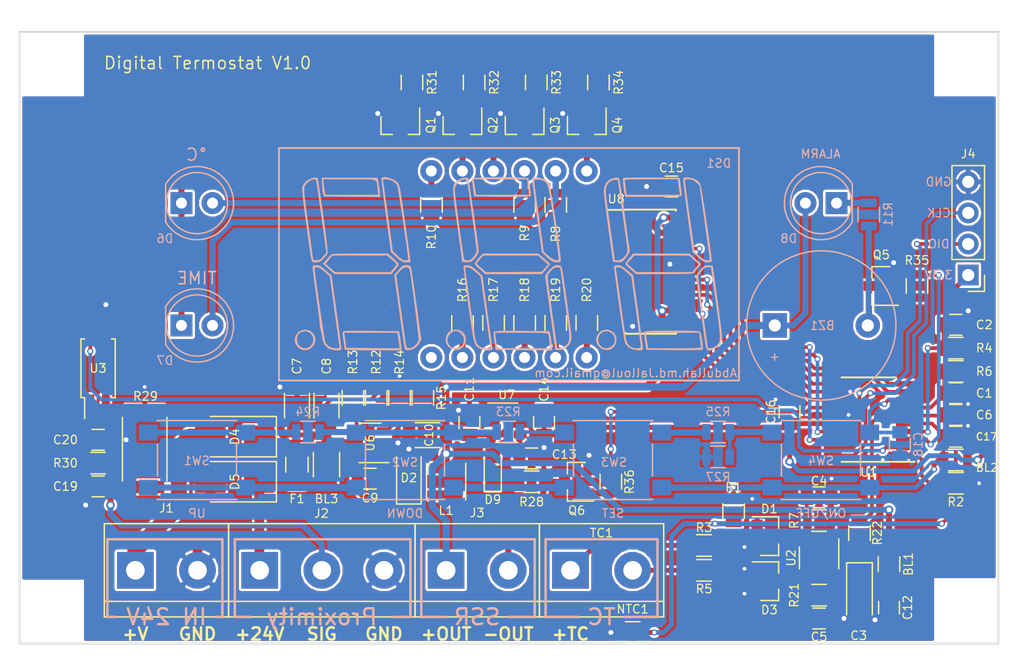
<source format=kicad_pcb>
(kicad_pcb (version 20171130) (host pcbnew "(5.0.1)-3")
  (layers (0 F.Cu signal) (31 B.Cu signal) (34 B.Paste user) (35 F.Paste user) (36 B.SilkS user) (37 F.SilkS user) (38 B.Mask user) (39 F.Mask user) (44 Edge.Cuts user))
  (net 0 "")
  (net 1 GND)
  (net 2 "Net-(C5-Pad2)")
  (net 3 "Net-(C4-Pad2)")
  (net 4 +3V3)
  (net 5 "Net-(R2-Pad1)")
  (net 6 "Net-(C2-Pad2)")
  (net 7 +5V)
  (net 8 VDDA)
  (net 9 "Net-(C9-Pad1)")
  (net 10 "Net-(R14-Pad1)")
  (net 11 "Net-(R12-Pad2)")
  (net 12 "Net-(C9-Pad2)")
  (net 13 "Net-(C13-Pad2)")
  (net 14 "Net-(R3-Pad1)")
  (net 15 "Net-(R5-Pad1)")
  (net 16 "Net-(R21-Pad2)")
  (net 17 "Net-(BL1-Pad1)")
  (net 18 "Net-(R17-Pad1)")
  (net 19 "Net-(NTC1-Pad2)")
  (net 20 ADC1)
  (net 21 "Net-(R8-Pad1)")
  (net 22 "Net-(R9-Pad1)")
  (net 23 "Net-(R18-Pad1)")
  (net 24 "Net-(R19-Pad1)")
  (net 25 "Net-(R16-Pad1)")
  (net 26 "Net-(R10-Pad1)")
  (net 27 "Net-(R20-Pad1)")
  (net 28 ADC0)
  (net 29 "Net-(U8-Pad9)")
  (net 30 +24V)
  (net 31 "Net-(C19-Pad2)")
  (net 32 "Net-(D4-Pad2)")
  (net 33 "Net-(BL3-Pad2)")
  (net 34 DIG0)
  (net 35 DIG.0)
  (net 36 DIG.3)
  (net 37 DIG3)
  (net 38 DIG1)
  (net 39 DIG.1)
  (net 40 "Net-(BZ1-Pad2)")
  (net 41 BUZZER)
  (net 42 SSR)
  (net 43 DIG.2)
  (net 44 DIG2)
  (net 45 "Net-(D7-Pad2)")
  (net 46 "Net-(D6-Pad2)")
  (net 47 ADC2)
  (net 48 "Net-(C20-Pad2)")
  (net 49 "Net-(R24-Pad2)")
  (net 50 "Net-(D8-Pad1)")
  (net 51 "Net-(R23-Pad2)")
  (net 52 PNP.SW)
  (net 53 CLK)
  (net 54 LOAD)
  (net 55 DIN)
  (net 56 SWDIO)
  (net 57 SWCLK)
  (net 58 "Net-(D4-Pad1)")
  (net 59 "Net-(DS1-Pad7)")
  (net 60 "Net-(DS1-Pad5)")
  (net 61 "Net-(DS1-Pad4)")
  (net 62 "Net-(DS1-Pad3)")
  (net 63 "Net-(DS1-Pad1)")
  (net 64 "Net-(DS1-Pad2)")
  (net 65 "Net-(J3-Pad2)")
  (net 66 "Net-(D9-Pad1)")
  (net 67 "Net-(Q4-Pad1)")
  (net 68 "Net-(Q5-Pad1)")
  (net 69 "Net-(Q6-Pad1)")
  (net 70 "Net-(Q3-Pad1)")
  (net 71 "Net-(Q2-Pad1)")
  (net 72 "Net-(Q1-Pad1)")
  (net 73 "Net-(R23-Pad1)")
  (module LEDs:LED_D5.0mm (layer B.Cu) (at 85.5 74 180)
    (fp_text reference D8 (at 2.6325 -2.8985 180) (layer B.SilkS) (effects (font (size 0.7 0.7) (thickness 0.1)) (justify mirror)))
    (fp_text value ALARM (at 0.029 4.023 180) (layer B.SilkS) (effects (font (size 0.7 0.7) (thickness 0.1)) (justify mirror)))
    (pad 1 thru_hole rect (at -1.27 0 180) (size 1.8 1.8) (drill 0.9) (layers *.Cu *.Mask) (net 50 "Net-(D8-Pad1)"))
    (pad 2 thru_hole circle (at 1.27 0 180) (size 1.8 1.8) (drill 0.9) (layers *.Cu *.Mask) (net 7 +5V))
  )
  (module LEDs:LED_D5.0mm (layer B.Cu) (at 34.5 84)
    (fp_text reference D7 (at -2.623 2.868) (layer B.SilkS) (effects (font (size 0.7 0.7) (thickness 0.1)) (justify mirror)))
    (fp_text value TIME (at -0.0195 -3.863) (layer B.SilkS) (effects (font (thickness 0.13)) (justify mirror)))
    (pad 2 thru_hole circle (at 1.27 0) (size 1.8 1.8) (drill 0.9) (layers *.Cu *.Mask) (net 45 "Net-(D7-Pad2)"))
    (pad 1 thru_hole rect (at -1.27 0) (size 1.8 1.8) (drill 0.9) (layers *.Cu *.Mask) (net 36 DIG.3))
  )
  (module LEDs:LED_D5.0mm (layer B.Cu) (at 34.5 74)
    (fp_text reference D6 (at -2.623 2.8985) (layer B.SilkS) (effects (font (size 0.7 0.7) (thickness 0.1)) (justify mirror)))
    (fp_text value °C (at -0.0195 -3.9595) (layer B.SilkS) (effects (font (thickness 0.12)) (justify mirror)))
    (pad 1 thru_hole rect (at -1.27 0) (size 1.8 1.8) (drill 0.9) (layers *.Cu *.Mask) (net 36 DIG.3))
    (pad 2 thru_hole circle (at 1.27 0) (size 1.8 1.8) (drill 0.9) (layers *.Cu *.Mask) (net 46 "Net-(D6-Pad2)"))
  )
  (module Buttons_Switches_SMD:SW_SPST_PTS645 (layer B.Cu) (at 85.5 95)
    (fp_text reference SW4 (at 0 0.0595) (layer B.SilkS) (effects (font (size 0.7 0.7) (thickness 0.1)) (justify mirror)))
    (fp_text value ON/OFF (at 0 4.359) (layer B.SilkS) (effects (font (size 0.7 0.7) (thickness 0.1)) (justify mirror)))
    (pad 2 smd rect (at 3.98 -2.25) (size 1.55 1.3) (layers B.Cu B.Paste B.Mask) (net 47 ADC2))
    (pad 1 smd rect (at 3.98 2.25) (size 1.55 1.3) (layers B.Cu B.Paste B.Mask) (net 8 VDDA))
    (pad 1 smd rect (at -3.98 2.25) (size 1.55 1.3) (layers B.Cu B.Paste B.Mask) (net 8 VDDA))
    (pad 2 smd rect (at -3.98 -2.25) (size 1.55 1.3) (layers B.Cu B.Paste B.Mask) (net 47 ADC2))
  )
  (module Buttons_Switches_SMD:SW_SPST_PTS645 (layer B.Cu) (at 68.5 95)
    (fp_text reference SW3 (at 0.08 0.1865) (layer B.SilkS) (effects (font (size 0.7 0.7) (thickness 0.1)) (justify mirror)))
    (fp_text value SET (at 0 4.359) (layer B.SilkS) (effects (font (size 0.7 0.7) (thickness 0.1)) (justify mirror)))
    (pad 2 smd rect (at -3.98 -2.25) (size 1.55 1.3) (layers B.Cu B.Paste B.Mask) (net 73 "Net-(R23-Pad1)"))
    (pad 1 smd rect (at -3.98 2.25) (size 1.55 1.3) (layers B.Cu B.Paste B.Mask) (net 8 VDDA))
    (pad 1 smd rect (at 3.98 2.25) (size 1.55 1.3) (layers B.Cu B.Paste B.Mask) (net 8 VDDA))
    (pad 2 smd rect (at 3.98 -2.25) (size 1.55 1.3) (layers B.Cu B.Paste B.Mask) (net 73 "Net-(R23-Pad1)"))
  )
  (module Buttons_Switches_SMD:SW_SPST_PTS645 (layer B.Cu) (at 51.5 95)
    (fp_text reference SW2 (at -0.0015 0.1865) (layer B.SilkS) (effects (font (size 0.7 0.7) (thickness 0.1)) (justify mirror)))
    (fp_text value DOWN (at 0 4.359) (layer B.SilkS) (effects (font (size 0.7 0.7) (thickness 0.1)) (justify mirror)))
    (pad 2 smd rect (at 3.98 -2.25) (size 1.55 1.3) (layers B.Cu B.Paste B.Mask) (net 51 "Net-(R23-Pad2)"))
    (pad 1 smd rect (at 3.98 2.25) (size 1.55 1.3) (layers B.Cu B.Paste B.Mask) (net 8 VDDA))
    (pad 1 smd rect (at -3.98 2.25) (size 1.55 1.3) (layers B.Cu B.Paste B.Mask) (net 8 VDDA))
    (pad 2 smd rect (at -3.98 -2.25) (size 1.55 1.3) (layers B.Cu B.Paste B.Mask) (net 51 "Net-(R23-Pad2)"))
  )
  (module Buttons_Switches_SMD:SW_SPST_PTS645 (layer B.Cu) (at 34.5 95)
    (fp_text reference SW1 (at -0.0195 0.0595) (layer B.SilkS) (effects (font (size 0.7 0.7) (thickness 0.1)) (justify mirror)))
    (fp_text value UP (at 0 4.359) (layer B.SilkS) (effects (font (size 0.7 0.7) (thickness 0.1)) (justify mirror)))
    (pad 2 smd rect (at -3.98 -2.25) (size 1.55 1.3) (layers B.Cu B.Paste B.Mask) (net 49 "Net-(R24-Pad2)"))
    (pad 1 smd rect (at -3.98 2.25) (size 1.55 1.3) (layers B.Cu B.Paste B.Mask) (net 8 VDDA))
    (pad 1 smd rect (at 3.98 2.25) (size 1.55 1.3) (layers B.Cu B.Paste B.Mask) (net 8 VDDA))
    (pad 2 smd rect (at 3.98 -2.25) (size 1.55 1.3) (layers B.Cu B.Paste B.Mask) (net 49 "Net-(R24-Pad2)"))
  )
  (module Pin_Headers:Pin_Header_Straight_1x04_Pitch2.54mm (layer F.Cu) (at 97.536 79.883 180)
    (fp_text reference J4 (at 0 9.906 180) (layer F.SilkS) (effects (font (size 0.7 0.7) (thickness 0.1))))
    (fp_text value SWD)
    (pad 1 thru_hole rect (at 0 0 180) (size 1.7 1.7) (drill 1) (layers *.Cu *.Mask) (net 4 +3V3))
    (pad 2 thru_hole oval (at 0 2.54 180) (size 1.7 1.7) (drill 1) (layers *.Cu *.Mask) (net 56 SWDIO))
    (pad 3 thru_hole oval (at 0 5.08 180) (size 1.7 1.7) (drill 1) (layers *.Cu *.Mask) (net 57 SWCLK))
    (pad 4 thru_hole oval (at 0 7.62 180) (size 1.7 1.7) (drill 1) (layers *.Cu *.Mask) (net 1 GND))
  )
  (module Resistors_SMD:R_0805 (layer F.Cu) (at 62.23 64.135 270)
    (fp_text reference R33 (at 0 -1.65 270) (layer F.SilkS) (effects (font (size 0.7 0.7) (thickness 0.1))))
    (fp_text value 1K)
    (pad 2 smd rect (at 0.95 0 270) (size 0.7 1.3) (layers F.Cu F.Paste F.Mask) (net 70 "Net-(Q3-Pad1)"))
    (pad 1 smd rect (at -0.95 0 270) (size 0.7 1.3) (layers F.Cu F.Paste F.Mask) (net 38 DIG1))
  )
  (module Resistors_SMD:R_0805 (layer F.Cu) (at 67.31 64.135 270)
    (fp_text reference R34 (at 0 -1.65 270) (layer F.SilkS) (effects (font (size 0.7 0.7) (thickness 0.1))))
    (fp_text value 1K)
    (pad 1 smd rect (at -0.95 0 270) (size 0.7 1.3) (layers F.Cu F.Paste F.Mask) (net 34 DIG0))
    (pad 2 smd rect (at 0.95 0 270) (size 0.7 1.3) (layers F.Cu F.Paste F.Mask) (net 67 "Net-(Q4-Pad1)"))
  )
  (module Resistors_SMD:R_0805 (layer F.Cu) (at 93.345 80.772 270)
    (fp_text reference R35 (at -2.0955 0) (layer F.SilkS) (effects (font (size 0.7 0.7) (thickness 0.1))))
    (fp_text value 1K)
    (pad 2 smd rect (at 0.95 0 270) (size 0.7 1.3) (layers F.Cu F.Paste F.Mask) (net 68 "Net-(Q5-Pad1)"))
    (pad 1 smd rect (at -0.95 0 270) (size 0.7 1.3) (layers F.Cu F.Paste F.Mask) (net 41 BUZZER))
  )
  (module Resistors_SMD:R_0805 (layer F.Cu) (at 52.07 64.135 270)
    (fp_text reference R31 (at 0 -1.65 270) (layer F.SilkS) (effects (font (size 0.7 0.7) (thickness 0.1))))
    (fp_text value 1K)
    (pad 1 smd rect (at -0.95 0 270) (size 0.7 1.3) (layers F.Cu F.Paste F.Mask) (net 37 DIG3))
    (pad 2 smd rect (at 0.95 0 270) (size 0.7 1.3) (layers F.Cu F.Paste F.Mask) (net 72 "Net-(Q1-Pad1)"))
  )
  (module Resistors_SMD:R_0805 (layer F.Cu) (at 68.326 96.774 90)
    (fp_text reference R36 (at 0 1.524 90) (layer F.SilkS) (effects (font (size 0.7 0.7) (thickness 0.1))))
    (fp_text value 1K)
    (pad 2 smd rect (at 0.95 0 90) (size 0.7 1.3) (layers F.Cu F.Paste F.Mask) (net 42 SSR))
    (pad 1 smd rect (at -0.95 0 90) (size 0.7 1.3) (layers F.Cu F.Paste F.Mask) (net 69 "Net-(Q6-Pad1)"))
  )
  (module Resistors_SMD:R_0805 (layer F.Cu) (at 57.15 64.135 270)
    (fp_text reference R32 (at 0 -1.65 270) (layer F.SilkS) (effects (font (size 0.7 0.7) (thickness 0.1))))
    (fp_text value 1K)
    (pad 1 smd rect (at -0.95 0 270) (size 0.7 1.3) (layers F.Cu F.Paste F.Mask) (net 44 DIG2))
    (pad 2 smd rect (at 0.95 0 270) (size 0.7 1.3) (layers F.Cu F.Paste F.Mask) (net 71 "Net-(Q2-Pad1)"))
  )
  (module Capacitors_SMD:C_0805 (layer F.Cu) (at 96.52 91.313 180)
    (fp_text reference C6 (at -2.325714 0 180) (layer F.SilkS) (effects (font (size 0.7 0.7) (thickness 0.1))))
    (fp_text value 10nF)
    (pad 2 smd rect (at 1 0 180) (size 1 1.25) (layers F.Cu F.Paste F.Mask) (net 28 ADC0))
    (pad 1 smd rect (at -1 0 180) (size 1 1.25) (layers F.Cu F.Paste F.Mask) (net 1 GND))
  )
  (module Capacitors_SMD:C_0805 (layer B.Cu) (at 91.948 93.726 90)
    (fp_text reference C18 (at 0 1.5 90) (layer B.SilkS) (effects (font (size 0.7 0.7) (thickness 0.1)) (justify mirror)))
    (fp_text value 100nF)
    (pad 1 smd rect (at -1 0 90) (size 1 1.25) (layers B.Cu B.Paste B.Mask) (net 1 GND))
    (pad 2 smd rect (at 1 0 90) (size 1 1.25) (layers B.Cu B.Paste B.Mask) (net 47 ADC2))
  )
  (module Capacitors_SMD:C_0805 (layer F.Cu) (at 96.52 93.091 180)
    (fp_text reference C17 (at -2.513809 0 180) (layer F.SilkS) (effects (font (size 0.6 0.6) (thickness 0.1))))
    (fp_text value 10uF)
    (pad 2 smd rect (at 1 0 180) (size 1 1.25) (layers F.Cu F.Paste F.Mask) (net 8 VDDA))
    (pad 1 smd rect (at -1 0 180) (size 1 1.25) (layers F.Cu F.Paste F.Mask) (net 1 GND))
  )
  (module Capacitors_SMD:C_0805 (layer F.Cu) (at 82.931 91.059 270)
    (fp_text reference C16 (at 0 1.524 270) (layer F.SilkS) (effects (font (size 0.7 0.7) (thickness 0.1))))
    (fp_text value 100nF)
    (pad 1 smd rect (at -1 0 270) (size 1 1.25) (layers F.Cu F.Paste F.Mask) (net 1 GND))
    (pad 2 smd rect (at 1 0 270) (size 1 1.25) (layers F.Cu F.Paste F.Mask) (net 4 +3V3))
  )
  (module Capacitors_SMD:C_0805 (layer F.Cu) (at 73.279 72.644 180)
    (fp_text reference C15 (at 0 1.524 180) (layer F.SilkS) (effects (font (size 0.7 0.7) (thickness 0.1))))
    (fp_text value 100nF)
    (pad 2 smd rect (at 1 0 180) (size 1 1.25) (layers F.Cu F.Paste F.Mask) (net 1 GND))
    (pad 1 smd rect (at -1 0 180) (size 1 1.25) (layers F.Cu F.Paste F.Mask) (net 7 +5V))
  )
  (module Capacitors_SMD:C_0805 (layer F.Cu) (at 62.865 91.948 90)
    (fp_text reference C14 (at 2.7305 0 90) (layer F.SilkS) (effects (font (size 0.7 0.7) (thickness 0.1))))
    (fp_text value 1uF)
    (pad 1 smd rect (at -1 0 90) (size 1 1.25) (layers F.Cu F.Paste F.Mask) (net 1 GND))
    (pad 2 smd rect (at 1 0 90) (size 1 1.25) (layers F.Cu F.Paste F.Mask) (net 4 +3V3))
  )
  (module Capacitors_SMD:C_0805 (layer F.Cu) (at 91.059 107.061 90)
    (fp_text reference C12 (at 0 1.524 90) (layer F.SilkS) (effects (font (size 0.7 0.7) (thickness 0.1))))
    (fp_text value 100nF)
    (pad 2 smd rect (at 1 0 90) (size 1 1.25) (layers F.Cu F.Paste F.Mask) (net 17 "Net-(BL1-Pad1)"))
    (pad 1 smd rect (at -1 0 90) (size 1 1.25) (layers F.Cu F.Paste F.Mask) (net 1 GND))
  )
  (module Capacitors_SMD:C_0805 (layer F.Cu) (at 56.769 91.948 270)
    (fp_text reference C11 (at -2.7305 0 270) (layer F.SilkS) (effects (font (size 0.7 0.7) (thickness 0.1))))
    (fp_text value 100nF)
    (pad 1 smd rect (at -1 0 270) (size 1 1.25) (layers F.Cu F.Paste F.Mask) (net 1 GND))
    (pad 2 smd rect (at 1 0 270) (size 1 1.25) (layers F.Cu F.Paste F.Mask) (net 7 +5V))
  )
  (module Capacitors_SMD:C_0805 (layer F.Cu) (at 48.641 96.52 180)
    (fp_text reference C9 (at 0 -1.5875 180) (layer F.SilkS) (effects (font (size 0.7 0.7) (thickness 0.1))))
    (fp_text value 100nF)
    (pad 2 smd rect (at 1 0 180) (size 1 1.25) (layers F.Cu F.Paste F.Mask) (net 12 "Net-(C9-Pad2)"))
    (pad 1 smd rect (at -1 0 180) (size 1 1.25) (layers F.Cu F.Paste F.Mask) (net 9 "Net-(C9-Pad1)"))
  )
  (module Capacitors_SMD:C_0805 (layer F.Cu) (at 26.416 97.155)
    (fp_text reference C19 (at -2.667 0) (layer F.SilkS) (effects (font (size 0.7 0.7) (thickness 0.1))))
    (fp_text value 100nF)
    (pad 1 smd rect (at -1 0) (size 1 1.25) (layers F.Cu F.Paste F.Mask) (net 1 GND))
    (pad 2 smd rect (at 1 0) (size 1 1.25) (layers F.Cu F.Paste F.Mask) (net 31 "Net-(C19-Pad2)"))
  )
  (module Capacitors_SMD:C_0805 (layer F.Cu) (at 85.344 98.044 180)
    (fp_text reference C4 (at 0 1.3335 180) (layer F.SilkS) (effects (font (size 0.7 0.7) (thickness 0.1))))
    (fp_text value 10nF)
    (pad 2 smd rect (at 1 0 180) (size 1 1.25) (layers F.Cu F.Paste F.Mask) (net 3 "Net-(C4-Pad2)"))
    (pad 1 smd rect (at -1 0 180) (size 1 1.25) (layers F.Cu F.Paste F.Mask) (net 1 GND))
  )
  (module Capacitors_SMD:C_0805 (layer F.Cu) (at 96.52 83.947 180)
    (fp_text reference C2 (at -2.325714 0 180) (layer F.SilkS) (effects (font (size 0.7 0.7) (thickness 0.1))))
    (fp_text value 100nF)
    (pad 1 smd rect (at -1 0 180) (size 1 1.25) (layers F.Cu F.Paste F.Mask) (net 1 GND))
    (pad 2 smd rect (at 1 0 180) (size 1 1.25) (layers F.Cu F.Paste F.Mask) (net 6 "Net-(C2-Pad2)"))
  )
  (module Capacitors_SMD:C_0805 (layer F.Cu) (at 26.416 93.345 180)
    (fp_text reference C20 (at 2.667 0 180) (layer F.SilkS) (effects (font (size 0.7 0.7) (thickness 0.1))))
    (fp_text value 100nF)
    (pad 2 smd rect (at 1 0 180) (size 1 1.25) (layers F.Cu F.Paste F.Mask) (net 48 "Net-(C20-Pad2)"))
    (pad 1 smd rect (at -1 0 180) (size 1 1.25) (layers F.Cu F.Paste F.Mask) (net 1 GND))
  )
  (module Capacitors_SMD:C_0805 (layer F.Cu) (at 96.52 89.535 180)
    (fp_text reference C1 (at -2.325714 0 180) (layer F.SilkS) (effects (font (size 0.7 0.7) (thickness 0.1))))
    (fp_text value 10nF)
    (pad 1 smd rect (at -1 0 180) (size 1 1.25) (layers F.Cu F.Paste F.Mask) (net 1 GND))
    (pad 2 smd rect (at 1 0 180) (size 1 1.25) (layers F.Cu F.Paste F.Mask) (net 20 ADC1))
  )
  (module Capacitors_SMD:C_0805 (layer F.Cu) (at 85.344 107.95 180)
    (fp_text reference C5 (at 0 -1.5 180) (layer F.SilkS) (effects (font (size 0.7 0.7) (thickness 0.1))))
    (fp_text value 10nF)
    (pad 2 smd rect (at 1 0 180) (size 1 1.25) (layers F.Cu F.Paste F.Mask) (net 2 "Net-(C5-Pad2)"))
    (pad 1 smd rect (at -1 0 180) (size 1 1.25) (layers F.Cu F.Paste F.Mask) (net 1 GND))
  )
  (module Capacitors_SMD:C_0805 (layer F.Cu) (at 61.849 94.869 180)
    (fp_text reference C13 (at -2.667 0.3175 180) (layer F.SilkS) (effects (font (size 0.7 0.7) (thickness 0.1))))
    (fp_text value 22nF)
    (pad 1 smd rect (at -1 0 180) (size 1 1.25) (layers F.Cu F.Paste F.Mask) (net 1 GND))
    (pad 2 smd rect (at 1 0 180) (size 1 1.25) (layers F.Cu F.Paste F.Mask) (net 13 "Net-(C13-Pad2)"))
  )
  (module Inductors_SMD:L_0805 (layer F.Cu) (at 91.059 103.505 90)
    (fp_text reference BL1 (at 0 1.5875 90) (layer F.SilkS) (effects (font (size 0.7 0.7) (thickness 0.1))))
    (fp_text value BLM18AG221SN1D)
    (pad 2 smd rect (at 0.95 0 90) (size 0.7 1.3) (layers F.Cu F.Paste F.Mask) (net 7 +5V))
    (pad 1 smd rect (at -0.95 0 90) (size 0.7 1.3) (layers F.Cu F.Paste F.Mask) (net 17 "Net-(BL1-Pad1)"))
  )
  (module Inductors_SMD:L_0805 (layer F.Cu) (at 96.52 94.996 180)
    (fp_text reference BL2 (at -2.54 -0.635 180) (layer F.SilkS) (effects (font (size 0.65 0.65) (thickness 0.1))))
    (fp_text value BLM18AG221SN1D)
    (pad 1 smd rect (at -0.95 0 180) (size 0.7 1.3) (layers F.Cu F.Paste F.Mask) (net 4 +3V3))
    (pad 2 smd rect (at 0.95 0 180) (size 0.7 1.3) (layers F.Cu F.Paste F.Mask) (net 8 VDDA))
  )
  (module Resistors_SMD:R_0805 (layer B.Cu) (at 43.561 92.71 180)
    (fp_text reference R24 (at 0 1.65 180) (layer B.SilkS) (effects (font (size 0.7 0.7) (thickness 0.1)) (justify mirror)))
    (fp_text value 1.5K)
    (pad 1 smd rect (at -0.95 0 180) (size 0.7 1.3) (layers B.Cu B.Paste B.Mask) (net 51 "Net-(R23-Pad2)"))
    (pad 2 smd rect (at 0.95 0 180) (size 0.7 1.3) (layers B.Cu B.Paste B.Mask) (net 49 "Net-(R24-Pad2)"))
  )
  (module Resistors_SMD:R_0805 (layer B.Cu) (at 59.944 92.71 180)
    (fp_text reference R23 (at 0 1.65 180) (layer B.SilkS) (effects (font (size 0.7 0.7) (thickness 0.1)) (justify mirror)))
    (fp_text value 1.5K)
    (pad 2 smd rect (at 0.95 0 180) (size 0.7 1.3) (layers B.Cu B.Paste B.Mask) (net 51 "Net-(R23-Pad2)"))
    (pad 1 smd rect (at -0.95 0 180) (size 0.7 1.3) (layers B.Cu B.Paste B.Mask) (net 73 "Net-(R23-Pad1)"))
  )
  (module Resistors_SMD:R_0805 (layer F.Cu) (at 88.646 100.965 90)
    (fp_text reference R22 (at 0 1.4605 90) (layer F.SilkS) (effects (font (size 0.7 0.7) (thickness 0.1))))
    (fp_text value 1K)
    (pad 1 smd rect (at -0.95 0 90) (size 0.7 1.3) (layers F.Cu F.Paste F.Mask) (net 16 "Net-(R21-Pad2)"))
    (pad 2 smd rect (at 0.95 0 90) (size 0.7 1.3) (layers F.Cu F.Paste F.Mask) (net 28 ADC0))
  )
  (module Resistors_SMD:R_0805 (layer F.Cu) (at 85.344 106.045)
    (fp_text reference R21 (at -2.032 0 90) (layer F.SilkS) (effects (font (size 0.7 0.7) (thickness 0.1))))
    (fp_text value 220K)
    (pad 2 smd rect (at 0.95 0) (size 0.7 1.3) (layers F.Cu F.Paste F.Mask) (net 16 "Net-(R21-Pad2)"))
    (pad 1 smd rect (at -0.95 0) (size 0.7 1.3) (layers F.Cu F.Paste F.Mask) (net 2 "Net-(C5-Pad2)"))
  )
  (module Resistors_SMD:R_0805 (layer B.Cu) (at 89.408 74.93 270)
    (fp_text reference R11 (at 0 -1.5875 270) (layer B.SilkS) (effects (font (size 0.7 0.7) (thickness 0.1)) (justify mirror)))
    (fp_text value 220)
    (pad 1 smd rect (at -0.95 0 270) (size 0.7 1.3) (layers B.Cu B.Paste B.Mask) (net 50 "Net-(D8-Pad1)"))
    (pad 2 smd rect (at 0.95 0 270) (size 0.7 1.3) (layers B.Cu B.Paste B.Mask) (net 40 "Net-(BZ1-Pad2)"))
  )
  (module Resistors_SMD:R_0805 (layer F.Cu) (at 52.959 89.916 270)
    (fp_text reference R15 (at 0 -1.524 90) (layer F.SilkS) (effects (font (size 0.7 0.7) (thickness 0.1))))
    (fp_text value 10K)
    (pad 2 smd rect (at 0.95 0 270) (size 0.7 1.3) (layers F.Cu F.Paste F.Mask) (net 10 "Net-(R14-Pad1)"))
    (pad 1 smd rect (at -0.95 0 270) (size 0.7 1.3) (layers F.Cu F.Paste F.Mask) (net 7 +5V))
  )
  (module Resistors_SMD:R_0805 (layer F.Cu) (at 51.054 89.916 90)
    (fp_text reference R14 (at 2.921 0 90) (layer F.SilkS) (effects (font (size 0.7 0.7) (thickness 0.1))))
    (fp_text value 1.9K)
    (pad 1 smd rect (at -0.95 0 90) (size 0.7 1.3) (layers F.Cu F.Paste F.Mask) (net 10 "Net-(R14-Pad1)"))
    (pad 2 smd rect (at 0.95 0 90) (size 0.7 1.3) (layers F.Cu F.Paste F.Mask) (net 1 GND))
  )
  (module Resistors_SMD:R_0805 (layer F.Cu) (at 47.244 89.916 90)
    (fp_text reference R13 (at 2.921 0 90) (layer F.SilkS) (effects (font (size 0.7 0.7) (thickness 0.1))))
    (fp_text value 9.3K)
    (pad 2 smd rect (at 0.95 0 90) (size 0.7 1.3) (layers F.Cu F.Paste F.Mask) (net 1 GND))
    (pad 1 smd rect (at -0.95 0 90) (size 0.7 1.3) (layers F.Cu F.Paste F.Mask) (net 11 "Net-(R12-Pad2)"))
  )
  (module Resistors_SMD:R_0805 (layer F.Cu) (at 49.149 89.916 270)
    (fp_text reference R12 (at -2.921 0 270) (layer F.SilkS) (effects (font (size 0.7 0.7) (thickness 0.1))))
    (fp_text value 100K)
    (pad 1 smd rect (at -0.95 0 270) (size 0.7 1.3) (layers F.Cu F.Paste F.Mask) (net 33 "Net-(BL3-Pad2)"))
    (pad 2 smd rect (at 0.95 0 270) (size 0.7 1.3) (layers F.Cu F.Paste F.Mask) (net 11 "Net-(R12-Pad2)"))
  )
  (module Resistors_SMD:R_0805 (layer B.Cu) (at 77.089 92.71 180)
    (fp_text reference R25 (at 0 1.65 180) (layer B.SilkS) (effects (font (size 0.7 0.7) (thickness 0.1)) (justify mirror)))
    (fp_text value 1.5K)
    (pad 1 smd rect (at -0.95 0 180) (size 0.7 1.3) (layers B.Cu B.Paste B.Mask) (net 47 ADC2))
    (pad 2 smd rect (at 0.95 0 180) (size 0.7 1.3) (layers B.Cu B.Paste B.Mask) (net 73 "Net-(R23-Pad1)"))
  )
  (module Resistors_SMD:R_0805 (layer B.Cu) (at 77.089 94.742)
    (fp_text reference R27 (at 0 1.65) (layer B.SilkS) (effects (font (size 0.7 0.7) (thickness 0.1)) (justify mirror)))
    (fp_text value 1.5K)
    (pad 2 smd rect (at 0.95 0) (size 0.7 1.3) (layers B.Cu B.Paste B.Mask) (net 47 ADC2))
    (pad 1 smd rect (at -0.95 0) (size 0.7 1.3) (layers B.Cu B.Paste B.Mask) (net 1 GND))
  )
  (module Resistors_SMD:R_0805 (layer F.Cu) (at 78.359 99.187 90)
    (fp_text reference R1 (at 1.9685 0 180) (layer F.SilkS) (effects (font (size 0.7 0.7) (thickness 0.1))))
    (fp_text value 10K)
    (pad 1 smd rect (at -0.95 0 90) (size 0.7 1.3) (layers F.Cu F.Paste F.Mask) (net 19 "Net-(NTC1-Pad2)"))
    (pad 2 smd rect (at 0.95 0 90) (size 0.7 1.3) (layers F.Cu F.Paste F.Mask) (net 8 VDDA))
  )
  (module Resistors_SMD:R_0805 (layer F.Cu) (at 96.52 96.901)
    (fp_text reference R2 (at 0 1.524) (layer F.SilkS) (effects (font (size 0.7 0.7) (thickness 0.1))))
    (fp_text value 10K)
    (pad 2 smd rect (at 0.95 0) (size 0.7 1.3) (layers F.Cu F.Paste F.Mask) (net 1 GND))
    (pad 1 smd rect (at -0.95 0) (size 0.7 1.3) (layers F.Cu F.Paste F.Mask) (net 5 "Net-(R2-Pad1)"))
  )
  (module Resistors_SMD:R_0805 (layer F.Cu) (at 75.946 101.981)
    (fp_text reference R3 (at 0 -1.4605) (layer F.SilkS) (effects (font (size 0.7 0.7) (thickness 0.1))))
    (fp_text value 1K)
    (pad 1 smd rect (at -0.95 0) (size 0.7 1.3) (layers F.Cu F.Paste F.Mask) (net 14 "Net-(R3-Pad1)"))
    (pad 2 smd rect (at 0.95 0) (size 0.7 1.3) (layers F.Cu F.Paste F.Mask) (net 3 "Net-(C4-Pad2)"))
  )
  (module Resistors_SMD:R_0805 (layer F.Cu) (at 70.104 109.093)
    (fp_text reference NTC1 (at 0 -1.905) (layer F.SilkS) (effects (font (size 0.7 0.7) (thickness 0.1))))
    (fp_text value 10K)
    (pad 2 smd rect (at 0.95 0) (size 0.7 1.3) (layers F.Cu F.Paste F.Mask) (net 19 "Net-(NTC1-Pad2)"))
    (pad 1 smd rect (at -0.95 0) (size 0.7 1.3) (layers F.Cu F.Paste F.Mask) (net 1 GND))
  )
  (module Resistors_SMD:R_0805 (layer F.Cu) (at 96.52 85.852 180)
    (fp_text reference R4 (at -2.325714 0 180) (layer F.SilkS) (effects (font (size 0.7 0.7) (thickness 0.1))))
    (fp_text value 10K)
    (pad 1 smd rect (at -0.95 0 180) (size 0.7 1.3) (layers F.Cu F.Paste F.Mask) (net 4 +3V3))
    (pad 2 smd rect (at 0.95 0 180) (size 0.7 1.3) (layers F.Cu F.Paste F.Mask) (net 6 "Net-(C2-Pad2)"))
  )
  (module Resistors_SMD:R_0805 (layer F.Cu) (at 75.946 104.013)
    (fp_text reference R5 (at 0 1.524) (layer F.SilkS) (effects (font (size 0.7 0.7) (thickness 0.1))))
    (fp_text value 1K)
    (pad 2 smd rect (at 0.95 0) (size 0.7 1.3) (layers F.Cu F.Paste F.Mask) (net 2 "Net-(C5-Pad2)"))
    (pad 1 smd rect (at -0.95 0) (size 0.7 1.3) (layers F.Cu F.Paste F.Mask) (net 15 "Net-(R5-Pad1)"))
  )
  (module Resistors_SMD:R_0805 (layer F.Cu) (at 96.52 87.757 180)
    (fp_text reference R6 (at -2.325714 0 180) (layer F.SilkS) (effects (font (size 0.7 0.7) (thickness 0.1))))
    (fp_text value 1K)
    (pad 1 smd rect (at -0.95 0 180) (size 0.7 1.3) (layers F.Cu F.Paste F.Mask) (net 19 "Net-(NTC1-Pad2)"))
    (pad 2 smd rect (at 0.95 0 180) (size 0.7 1.3) (layers F.Cu F.Paste F.Mask) (net 20 ADC1))
  )
  (module Resistors_SMD:R_0805 (layer F.Cu) (at 85.344 99.949 180)
    (fp_text reference R7 (at 2.032 0 270) (layer F.SilkS) (effects (font (size 0.7 0.7) (thickness 0.1))))
    (fp_text value 220K)
    (pad 2 smd rect (at 0.95 0 180) (size 0.7 1.3) (layers F.Cu F.Paste F.Mask) (net 3 "Net-(C4-Pad2)"))
    (pad 1 smd rect (at -0.95 0 180) (size 0.7 1.3) (layers F.Cu F.Paste F.Mask) (net 1 GND))
  )
  (module Resistors_SMD:R_0805 (layer F.Cu) (at 26.416 95.25 180)
    (fp_text reference R30 (at 2.667 0 180) (layer F.SilkS) (effects (font (size 0.7 0.7) (thickness 0.1))))
    (fp_text value 2.2K)
    (pad 1 smd rect (at -0.95 0 180) (size 0.7 1.3) (layers F.Cu F.Paste F.Mask) (net 31 "Net-(C19-Pad2)"))
    (pad 2 smd rect (at 0.95 0 180) (size 0.7 1.3) (layers F.Cu F.Paste F.Mask) (net 48 "Net-(C20-Pad2)"))
  )
  (module Inductors_SMD:L_1206 (layer F.Cu) (at 45.085 95.377 90)
    (fp_text reference BL3 (at -2.794 0 180) (layer F.SilkS) (effects (font (size 0.7 0.7) (thickness 0.1))))
    (fp_text value BLM18AG221SN1D)
    (pad 1 smd rect (at -1.45 0 90) (size 0.9 1.7) (layers F.Cu F.Paste F.Mask) (net 30 +24V))
    (pad 2 smd rect (at 1.45 0 90) (size 0.9 1.7) (layers F.Cu F.Paste F.Mask) (net 33 "Net-(BL3-Pad2)"))
  )
  (module TO_SOT_Packages_SMD:SOT-23-5 (layer F.Cu) (at 85.344 102.997 270)
    (fp_text reference U2 (at 0 2.286 270) (layer F.SilkS) (effects (font (size 0.7 0.7) (thickness 0.1))))
    (fp_text value GS8331)
    (pad 1 smd rect (at -1.1 -0.95 270) (size 1.06 0.65) (layers F.Cu F.Paste F.Mask) (net 16 "Net-(R21-Pad2)"))
    (pad 2 smd rect (at -1.1 0 270) (size 1.06 0.65) (layers F.Cu F.Paste F.Mask) (net 1 GND))
    (pad 3 smd rect (at -1.1 0.95 270) (size 1.06 0.65) (layers F.Cu F.Paste F.Mask) (net 3 "Net-(C4-Pad2)"))
    (pad 4 smd rect (at 1.1 0.95 270) (size 1.06 0.65) (layers F.Cu F.Paste F.Mask) (net 2 "Net-(C5-Pad2)"))
    (pad 5 smd rect (at 1.1 -0.95 270) (size 1.06 0.65) (layers F.Cu F.Paste F.Mask) (net 17 "Net-(BL1-Pad1)"))
  )
  (module LEDs:LED_0805 (layer F.Cu) (at 58.674 95.758 90)
    (fp_text reference D9 (at -2.4765 0 180) (layer F.SilkS) (effects (font (size 0.7 0.7) (thickness 0.1))))
    (fp_text value LED)
    (pad 2 smd rect (at 1.1 0 270) (size 1.2 1.2) (layers F.Cu F.Paste F.Mask) (net 7 +5V))
    (pad 1 smd rect (at -1.1 0 270) (size 1.2 1.2) (layers F.Cu F.Paste F.Mask) (net 66 "Net-(D9-Pad1)"))
  )
  (module Resistors_SMD:R_0805 (layer F.Cu) (at 61.849 96.774 180)
    (fp_text reference R28 (at 0 -1.65 180) (layer F.SilkS) (effects (font (size 0.7 0.7) (thickness 0.1))))
    (fp_text value 180R)
    (pad 1 smd rect (at -0.95 0 180) (size 0.7 1.3) (layers F.Cu F.Paste F.Mask) (net 65 "Net-(J3-Pad2)"))
    (pad 2 smd rect (at 0.95 0 180) (size 0.7 1.3) (layers F.Cu F.Paste F.Mask) (net 66 "Net-(D9-Pad1)"))
  )
  (module Buzzers_Beepers:Buzzer_12x9.5RM7.6 (layer B.Cu) (at 85.5345 84)
    (fp_text reference BZ1 (at 0.0635 0.0105) (layer B.SilkS) (effects (font (size 0.7 0.7) (thickness 0.1)) (justify mirror)))
    (fp_text value Buzzer)
    (fp_text user + (at -3.82 2.54) (layer B.SilkS) (effects (font (size 0.7 0.7) (thickness 0.1)) (justify mirror)))
    (pad 1 thru_hole rect (at -3.81 0) (size 2 2) (drill 1) (layers *.Cu *.Mask) (net 7 +5V))
    (pad 2 thru_hole circle (at 3.79 0) (size 2 2) (drill 1) (layers *.Cu *.Mask) (net 40 "Net-(BZ1-Pad2)"))
  )
  (module TerminalBlock:TerminalBlock_bornier-2_P5.08mm (layer F.Cu) (at 54.864 104.013)
    (fp_text reference J3 (at 2.54 -4.699) (layer F.SilkS) (effects (font (size 0.7 0.7) (thickness 0.1))))
    (fp_text value SSR)
    (pad 1 thru_hole rect (at 0 0) (size 3 3) (drill 1.52) (layers *.Cu *.Mask) (net 7 +5V))
    (pad 2 thru_hole circle (at 5.08 0) (size 3 3) (drill 1.52) (layers *.Cu *.Mask) (net 65 "Net-(J3-Pad2)"))
  )
  (module TerminalBlock:TerminalBlock_bornier-3_P5.08mm (layer F.Cu) (at 39.624 104.013)
    (fp_text reference J2 (at 5.05 -4.65) (layer F.SilkS) (effects (font (size 0.7 0.7) (thickness 0.1))))
    (fp_text value Proximity)
    (pad 1 thru_hole rect (at 0 0) (size 3 3) (drill 1.52) (layers *.Cu *.Mask) (net 30 +24V))
    (pad 2 thru_hole circle (at 5.08 0) (size 3 3) (drill 1.52) (layers *.Cu *.Mask) (net 31 "Net-(C19-Pad2)"))
    (pad 3 thru_hole circle (at 10.16 0) (size 3 3) (drill 1.52) (layers *.Cu *.Mask) (net 1 GND))
  )
  (module Capacitors_Tantalum_SMD:CP_Tantalum_Case-A_EIA-3216-18_Reflow (layer F.Cu) (at 88.646 106.045 270)
    (fp_text reference C3 (at 3.302 0.0635) (layer F.SilkS) (effects (font (size 0.7 0.7) (thickness 0.1))))
    (fp_text value 10uF)
    (pad 1 smd rect (at -1.375 0 270) (size 1.95 1.5) (layers F.Cu F.Paste F.Mask) (net 17 "Net-(BL1-Pad1)"))
    (pad 2 smd rect (at 1.375 0 270) (size 1.95 1.5) (layers F.Cu F.Paste F.Mask) (net 1 GND))
  )
  (module Diodes_SMD:D_SMA (layer F.Cu) (at 37.592 93.091 180)
    (fp_text reference D4 (at 0 0 270) (layer F.SilkS) (effects (font (size 0.7 0.7) (thickness 0.1))))
    (fp_text value D)
    (pad 2 smd rect (at 2 0 180) (size 2.5 1.8) (layers F.Cu F.Paste F.Mask) (net 32 "Net-(D4-Pad2)"))
    (pad 1 smd rect (at -2 0 180) (size 2.5 1.8) (layers F.Cu F.Paste F.Mask) (net 58 "Net-(D4-Pad1)"))
  )
  (module Diodes_SMD:D_SMA (layer F.Cu) (at 37.592 96.774 180)
    (fp_text reference D5 (at 0 0 270) (layer F.SilkS) (effects (font (size 0.7 0.7) (thickness 0.1))))
    (fp_text value D_TVS)
    (pad 1 smd rect (at -2 0 180) (size 2.5 1.8) (layers F.Cu F.Paste F.Mask) (net 30 +24V))
    (pad 2 smd rect (at 2 0 180) (size 2.5 1.8) (layers F.Cu F.Paste F.Mask) (net 1 GND))
  )
  (module Fuse:Fuse_1206_3216Metric (layer F.Cu) (at 42.672 95.377 90)
    (fp_text reference F1 (at -2.794 0 180) (layer F.SilkS) (effects (font (size 0.7 0.7) (thickness 0.1))))
    (fp_text value Polyfuse)
    (pad 1 smd roundrect (at -1.4 0 90) (size 1.25 1.75) (layers F.Cu F.Paste F.Mask) (roundrect_rratio 0.2) (net 30 +24V))
    (pad 2 smd roundrect (at 1.4 0 90) (size 1.25 1.75) (layers F.Cu F.Paste F.Mask) (roundrect_rratio 0.2) (net 58 "Net-(D4-Pad1)"))
  )
  (module Housings_SOIC:SO-4_4.4x2.3mm_Pitch1.27mm (layer F.Cu) (at 26.416 87.503 90)
    (fp_text reference U3 (at 0 0 180) (layer F.SilkS) (effects (font (size 0.7 0.7) (thickness 0.1))))
    (fp_text value TLP291)
    (pad 1 smd rect (at -3.15 -0.635 90) (size 2 0.64) (layers F.Cu F.Paste F.Mask) (net 48 "Net-(C20-Pad2)"))
    (pad 2 smd rect (at -3.15 0.635 90) (size 2 0.64) (layers F.Cu F.Paste F.Mask) (net 1 GND))
    (pad 3 smd rect (at 3.15 0.635 90) (size 2 0.64) (layers F.Cu F.Paste F.Mask) (net 1 GND))
    (pad 4 smd rect (at 3.15 -0.635 90) (size 2 0.64) (layers F.Cu F.Paste F.Mask) (net 52 PNP.SW))
  )
  (module Resistors_SMD:R_2512 (layer F.Cu) (at 30.226 94.107 90)
    (fp_text reference R29 (at 4.318 0.0635 180) (layer F.SilkS) (effects (font (size 0.7 0.7) (thickness 0.1))))
    (fp_text value 1.2K)
    (pad 1 smd rect (at -3.1 0 90) (size 1 3.2) (layers F.Cu F.Paste F.Mask) (net 31 "Net-(C19-Pad2)"))
    (pad 2 smd rect (at 3.1 0 90) (size 1 3.2) (layers F.Cu F.Paste F.Mask) (net 1 GND))
  )
  (module TO_SOT_Packages_SMD:SOT-23 (layer F.Cu) (at 56.1975 67.6275 270)
    (fp_text reference Q2 (at 0 -2.5 270) (layer F.SilkS) (effects (font (size 0.7 0.7) (thickness 0.1))))
    (fp_text value BSS138)
    (pad 3 smd rect (at 1 0 270) (size 0.9 0.8) (layers F.Cu F.Paste F.Mask) (net 43 DIG.2))
    (pad 2 smd rect (at -1 0.95 270) (size 0.9 0.8) (layers F.Cu F.Paste F.Mask) (net 1 GND))
    (pad 1 smd rect (at -1 -0.95 270) (size 0.9 0.8) (layers F.Cu F.Paste F.Mask) (net 71 "Net-(Q2-Pad1)"))
  )
  (module TO_SOT_Packages_SMD:SOT-23 (layer F.Cu) (at 65.532 96.774 180)
    (fp_text reference Q6 (at 0 -2.3495 180) (layer F.SilkS) (effects (font (size 0.7 0.7) (thickness 0.1))))
    (fp_text value BSS138)
    (pad 1 smd rect (at -1 -0.95 180) (size 0.9 0.8) (layers F.Cu F.Paste F.Mask) (net 69 "Net-(Q6-Pad1)"))
    (pad 2 smd rect (at -1 0.95 180) (size 0.9 0.8) (layers F.Cu F.Paste F.Mask) (net 1 GND))
    (pad 3 smd rect (at 1 0 180) (size 0.9 0.8) (layers F.Cu F.Paste F.Mask) (net 65 "Net-(J3-Pad2)"))
  )
  (module TO_SOT_Packages_SMD:SOT-23 (layer F.Cu) (at 90.424 80.772 180)
    (fp_text reference Q5 (at 0 2.54 180) (layer F.SilkS) (effects (font (size 0.7 0.7) (thickness 0.1))))
    (fp_text value BSS138)
    (pad 3 smd rect (at 1 0 180) (size 0.9 0.8) (layers F.Cu F.Paste F.Mask) (net 40 "Net-(BZ1-Pad2)"))
    (pad 2 smd rect (at -1 0.95 180) (size 0.9 0.8) (layers F.Cu F.Paste F.Mask) (net 1 GND))
    (pad 1 smd rect (at -1 -0.95 180) (size 0.9 0.8) (layers F.Cu F.Paste F.Mask) (net 68 "Net-(Q5-Pad1)"))
  )
  (module TO_SOT_Packages_SMD:SOT-23 (layer F.Cu) (at 61.2775 67.6275 270)
    (fp_text reference Q3 (at 0 -2.5 270) (layer F.SilkS) (effects (font (size 0.7 0.7) (thickness 0.1))))
    (fp_text value BSS138)
    (pad 1 smd rect (at -1 -0.95 270) (size 0.9 0.8) (layers F.Cu F.Paste F.Mask) (net 70 "Net-(Q3-Pad1)"))
    (pad 2 smd rect (at -1 0.95 270) (size 0.9 0.8) (layers F.Cu F.Paste F.Mask) (net 1 GND))
    (pad 3 smd rect (at 1 0 270) (size 0.9 0.8) (layers F.Cu F.Paste F.Mask) (net 39 DIG.1))
  )
  (module TO_SOT_Packages_SMD:SOT-23 (layer F.Cu) (at 51.1175 67.6275 270)
    (fp_text reference Q1 (at 0 -2.5 270) (layer F.SilkS) (effects (font (size 0.7 0.7) (thickness 0.1))))
    (fp_text value BSS138)
    (pad 3 smd rect (at 1 0 270) (size 0.9 0.8) (layers F.Cu F.Paste F.Mask) (net 36 DIG.3))
    (pad 2 smd rect (at -1 0.95 270) (size 0.9 0.8) (layers F.Cu F.Paste F.Mask) (net 1 GND))
    (pad 1 smd rect (at -1 -0.95 270) (size 0.9 0.8) (layers F.Cu F.Paste F.Mask) (net 72 "Net-(Q1-Pad1)"))
  )
  (module TO_SOT_Packages_SMD:SOT-23 (layer F.Cu) (at 66.3575 67.6275 270)
    (fp_text reference Q4 (at 0 -2.5 270) (layer F.SilkS) (effects (font (size 0.7 0.7) (thickness 0.1))))
    (fp_text value BSS138)
    (pad 1 smd rect (at -1 -0.95 270) (size 0.9 0.8) (layers F.Cu F.Paste F.Mask) (net 67 "Net-(Q4-Pad1)"))
    (pad 2 smd rect (at -1 0.95 270) (size 0.9 0.8) (layers F.Cu F.Paste F.Mask) (net 1 GND))
    (pad 3 smd rect (at 1 0 270) (size 0.9 0.8) (layers F.Cu F.Paste F.Mask) (net 35 DIG.0))
  )
  (module Resistors_SMD:R_0805 (layer F.Cu) (at 56.201319 83.795061 270)
    (fp_text reference R16 (at -2.705561 0.003819 270) (layer F.SilkS) (effects (font (size 0.7 0.7) (thickness 0.1))))
    (fp_text value 120R)
    (pad 2 smd rect (at 0.95 0 270) (size 0.7 1.3) (layers F.Cu F.Paste F.Mask) (net 60 "Net-(DS1-Pad5)"))
    (pad 1 smd rect (at -0.95 0 270) (size 0.7 1.3) (layers F.Cu F.Paste F.Mask) (net 25 "Net-(R16-Pad1)"))
  )
  (module Resistors_SMD:R_0805 (layer F.Cu) (at 66.361319 83.795061 270)
    (fp_text reference R20 (at -2.705561 0.003819 270) (layer F.SilkS) (effects (font (size 0.7 0.7) (thickness 0.1))))
    (fp_text value 120R)
    (pad 1 smd rect (at -0.95 0 270) (size 0.7 1.3) (layers F.Cu F.Paste F.Mask) (net 27 "Net-(R20-Pad1)"))
    (pad 2 smd rect (at 0.95 0 270) (size 0.7 1.3) (layers F.Cu F.Paste F.Mask) (net 63 "Net-(DS1-Pad1)"))
  )
  (module Resistors_SMD:R_0805 (layer F.Cu) (at 63.821319 83.795061 270)
    (fp_text reference R19 (at -2.705561 0.003819 270) (layer F.SilkS) (effects (font (size 0.7 0.7) (thickness 0.1))))
    (fp_text value 120R)
    (pad 2 smd rect (at 0.95 0 270) (size 0.7 1.3) (layers F.Cu F.Paste F.Mask) (net 64 "Net-(DS1-Pad2)"))
    (pad 1 smd rect (at -0.95 0 270) (size 0.7 1.3) (layers F.Cu F.Paste F.Mask) (net 24 "Net-(R19-Pad1)"))
  )
  (module Resistors_SMD:R_0805 (layer F.Cu) (at 58.741319 83.795061 270)
    (fp_text reference R17 (at -2.705561 0.003819 270) (layer F.SilkS) (effects (font (size 0.7 0.7) (thickness 0.1))))
    (fp_text value 120R)
    (pad 1 smd rect (at -0.95 0 270) (size 0.7 1.3) (layers F.Cu F.Paste F.Mask) (net 18 "Net-(R17-Pad1)"))
    (pad 2 smd rect (at 0.95 0 270) (size 0.7 1.3) (layers F.Cu F.Paste F.Mask) (net 61 "Net-(DS1-Pad4)"))
  )
  (module Resistors_SMD:R_0805 (layer F.Cu) (at 53.661319 74.143061 90)
    (fp_text reference R10 (at -2.628439 -0.003819 90) (layer F.SilkS) (effects (font (size 0.7 0.7) (thickness 0.1))))
    (fp_text value 120R)
    (pad 2 smd rect (at 0.95 0 90) (size 0.7 1.3) (layers F.Cu F.Paste F.Mask) (net 59 "Net-(DS1-Pad7)"))
    (pad 1 smd rect (at -0.95 0 90) (size 0.7 1.3) (layers F.Cu F.Paste F.Mask) (net 26 "Net-(R10-Pad1)"))
  )
  (module Resistors_SMD:R_0805 (layer F.Cu) (at 63.821319 74.143061 90)
    (fp_text reference R8 (at -2.374439 -0.003819 90) (layer F.SilkS) (effects (font (size 0.7 0.7) (thickness 0.1))))
    (fp_text value 120R)
    (pad 1 smd rect (at -0.95 0 90) (size 0.7 1.3) (layers F.Cu F.Paste F.Mask) (net 21 "Net-(R8-Pad1)"))
    (pad 2 smd rect (at 0.95 0 90) (size 0.7 1.3) (layers F.Cu F.Paste F.Mask) (net 45 "Net-(D7-Pad2)"))
  )
  (module Resistors_SMD:R_0805 (layer F.Cu) (at 61.281319 74.143061 90)
    (fp_text reference R9 (at -2.310939 -0.003819 90) (layer F.SilkS) (effects (font (size 0.7 0.7) (thickness 0.1))))
    (fp_text value 120R)
    (pad 2 smd rect (at 0.95 0 90) (size 0.7 1.3) (layers F.Cu F.Paste F.Mask) (net 46 "Net-(D6-Pad2)"))
    (pad 1 smd rect (at -0.95 0 90) (size 0.7 1.3) (layers F.Cu F.Paste F.Mask) (net 22 "Net-(R9-Pad1)"))
  )
  (module Resistors_SMD:R_0805 (layer F.Cu) (at 61.281319 83.795061 270)
    (fp_text reference R18 (at -2.705561 0.003819 270) (layer F.SilkS) (effects (font (size 0.7 0.7) (thickness 0.1))))
    (fp_text value 120R)
    (pad 1 smd rect (at -0.95 0 270) (size 0.7 1.3) (layers F.Cu F.Paste F.Mask) (net 23 "Net-(R18-Pad1)"))
    (pad 2 smd rect (at 0.95 0 270) (size 0.7 1.3) (layers F.Cu F.Paste F.Mask) (net 62 "Net-(DS1-Pad3)"))
  )
  (module Housings_SOIC:SOIC-16_3.9x9.9mm_Pitch1.27mm (layer F.Cu) (at 71.568319 79.604061)
    (fp_text reference U8 (at -2.797819 -5.944061) (layer F.SilkS) (effects (font (size 0.7 0.7) (thickness 0.1))))
    (fp_text value 74HC595)
    (pad 1 smd rect (at -2.7 -4.445) (size 1.5 0.6) (layers F.Cu F.Paste F.Mask) (net 22 "Net-(R9-Pad1)"))
    (pad 2 smd rect (at -2.7 -3.175) (size 1.5 0.6) (layers F.Cu F.Paste F.Mask) (net 26 "Net-(R10-Pad1)"))
    (pad 3 smd rect (at -2.7 -1.905) (size 1.5 0.6) (layers F.Cu F.Paste F.Mask) (net 25 "Net-(R16-Pad1)"))
    (pad 4 smd rect (at -2.7 -0.635) (size 1.5 0.6) (layers F.Cu F.Paste F.Mask) (net 18 "Net-(R17-Pad1)"))
    (pad 5 smd rect (at -2.7 0.635) (size 1.5 0.6) (layers F.Cu F.Paste F.Mask) (net 23 "Net-(R18-Pad1)"))
    (pad 6 smd rect (at -2.7 1.905) (size 1.5 0.6) (layers F.Cu F.Paste F.Mask) (net 24 "Net-(R19-Pad1)"))
    (pad 7 smd rect (at -2.7 3.175) (size 1.5 0.6) (layers F.Cu F.Paste F.Mask) (net 27 "Net-(R20-Pad1)"))
    (pad 8 smd rect (at -2.7 4.445) (size 1.5 0.6) (layers F.Cu F.Paste F.Mask) (net 1 GND))
    (pad 9 smd rect (at 2.7 4.445) (size 1.5 0.6) (layers F.Cu F.Paste F.Mask) (net 29 "Net-(U8-Pad9)"))
    (pad 10 smd rect (at 2.7 3.175) (size 1.5 0.6) (layers F.Cu F.Paste F.Mask) (net 7 +5V))
    (pad 11 smd rect (at 2.7 1.905) (size 1.5 0.6) (layers F.Cu F.Paste F.Mask) (net 53 CLK))
    (pad 12 smd rect (at 2.7 0.635) (size 1.5 0.6) (layers F.Cu F.Paste F.Mask) (net 54 LOAD))
    (pad 13 smd rect (at 2.7 -0.635) (size 1.5 0.6) (layers F.Cu F.Paste F.Mask) (net 1 GND))
    (pad 14 smd rect (at 2.7 -1.905) (size 1.5 0.6) (layers F.Cu F.Paste F.Mask) (net 55 DIN))
    (pad 15 smd rect (at 2.7 -3.175) (size 1.5 0.6) (layers F.Cu F.Paste F.Mask) (net 21 "Net-(R8-Pad1)"))
    (pad 16 smd rect (at 2.7 -4.445) (size 1.5 0.6) (layers F.Cu F.Paste F.Mask) (net 7 +5V))
  )
  (module DispFootprint:E1-3056-CUR-1-CT (layer B.Cu) (at 60 79 180)
    (fp_text reference DS1 (at -17.145 8.255 180) (layer B.SilkS) (effects (font (size 0.7 0.7) (thickness 0.1)) (justify mirror)))
    (fp_text value E1-3056CUR1 hide)
    (pad 1 thru_hole circle (at -6.35 -7.62 180) (size 1.8 1.8) (drill 0.9) (layers *.Cu *.Mask) (net 63 "Net-(DS1-Pad1)"))
    (pad 2 thru_hole circle (at -3.81 -7.62 180) (size 1.8 1.8) (drill 0.9) (layers *.Cu *.Mask) (net 64 "Net-(DS1-Pad2)"))
    (pad 3 thru_hole circle (at -1.27 -7.62 180) (size 1.8 1.8) (drill 0.9) (layers *.Cu *.Mask) (net 62 "Net-(DS1-Pad3)"))
    (pad 4 thru_hole circle (at 1.27 -7.62 180) (size 1.8 1.8) (drill 0.9) (layers *.Cu *.Mask) (net 61 "Net-(DS1-Pad4)"))
    (pad 5 thru_hole circle (at 3.81 -7.62 180) (size 1.8 1.8) (drill 0.9) (layers *.Cu *.Mask) (net 60 "Net-(DS1-Pad5)"))
    (pad 6 thru_hole circle (at 6.35 -7.62 180) (size 1.8 1.8) (drill 0.9) (layers *.Cu *.Mask))
    (pad 12 thru_hole circle (at -6.35 7.62 180) (size 1.8 1.8) (drill 0.9) (layers *.Cu *.Mask) (net 35 DIG.0))
    (pad 11 thru_hole circle (at -3.81 7.62 180) (size 1.8 1.8) (drill 0.9) (layers *.Cu *.Mask) (net 45 "Net-(D7-Pad2)"))
    (pad 10 thru_hole circle (at -1.27 7.62 180) (size 1.8 1.8) (drill 0.9) (layers *.Cu *.Mask) (net 46 "Net-(D6-Pad2)"))
    (pad 9 thru_hole circle (at 1.27 7.62 180) (size 1.8 1.8) (drill 0.9) (layers *.Cu *.Mask) (net 39 DIG.1))
    (pad 8 thru_hole circle (at 3.81 7.62 180) (size 1.8 1.8) (drill 0.9) (layers *.Cu *.Mask) (net 43 DIG.2))
    (pad 7 thru_hole circle (at 6.35 7.62 180) (size 1.8 1.8) (drill 0.9) (layers *.Cu *.Mask) (net 59 "Net-(DS1-Pad7)"))
  )
  (module TO_SOT_Packages_SMD:SOT-23 (layer F.Cu) (at 81.28 104.902)
    (fp_text reference D3 (at 0 2.3495) (layer F.SilkS) (effects (font (size 0.7 0.7) (thickness 0.1))))
    (fp_text value BAV99)
    (pad 1 smd rect (at -1 -0.95) (size 0.9 0.8) (layers F.Cu F.Paste F.Mask) (net 1 GND))
    (pad 2 smd rect (at -1 0.95) (size 0.9 0.8) (layers F.Cu F.Paste F.Mask) (net 1 GND))
    (pad 3 smd rect (at 1 0) (size 0.9 0.8) (layers F.Cu F.Paste F.Mask) (net 2 "Net-(C5-Pad2)"))
  )
  (module TerminalBlock:TerminalBlock_bornier-2_P5.08mm (layer F.Cu) (at 65.024 104.013)
    (fp_text reference TC1 (at 2.54 -3.048) (layer F.SilkS) (effects (font (size 0.7 0.7) (thickness 0.1))))
    (fp_text value "K Thermocouple")
    (pad 1 thru_hole rect (at 0 0) (size 3 3) (drill 1.52) (layers *.Cu *.Mask) (net 14 "Net-(R3-Pad1)"))
    (pad 2 thru_hole circle (at 5.08 0) (size 3 3) (drill 1.52) (layers *.Cu *.Mask) (net 15 "Net-(R5-Pad1)"))
  )
  (module Capacitors_SMD:C_1206 (layer F.Cu) (at 42.672 90.551 270)
    (fp_text reference C7 (at -3.222667 0 270) (layer F.SilkS) (effects (font (size 0.7 0.7) (thickness 0.1))))
    (fp_text value 4.7uF)
    (pad 1 smd rect (at -1.5 0 270) (size 1 1.6) (layers F.Cu F.Paste F.Mask) (net 1 GND))
    (pad 2 smd rect (at 1.5 0 270) (size 1 1.6) (layers F.Cu F.Paste F.Mask) (net 33 "Net-(BL3-Pad2)"))
  )
  (module Capacitors_SMD:C_1206 (layer F.Cu) (at 45.085 90.551 270)
    (fp_text reference C8 (at -3.222667 0 270) (layer F.SilkS) (effects (font (size 0.7 0.7) (thickness 0.1))))
    (fp_text value 4.7uF)
    (pad 2 smd rect (at 1.5 0 270) (size 1 1.6) (layers F.Cu F.Paste F.Mask) (net 33 "Net-(BL3-Pad2)"))
    (pad 1 smd rect (at -1.5 0 270) (size 1 1.6) (layers F.Cu F.Paste F.Mask) (net 1 GND))
  )
  (module Capacitors_SMD:C_1206 (layer F.Cu) (at 53.34 92.964)
    (fp_text reference C10 (at 0.127 0 90) (layer F.SilkS) (effects (font (size 0.65 0.65) (thickness 0.1))))
    (fp_text value 22uF)
    (pad 1 smd rect (at -1.5 0) (size 1 1.6) (layers F.Cu F.Paste F.Mask) (net 1 GND))
    (pad 2 smd rect (at 1.5 0) (size 1 1.6) (layers F.Cu F.Paste F.Mask) (net 7 +5V))
  )
  (module Diodes_SMD:D_SOD-123F (layer F.Cu) (at 51.816 96.393 90)
    (fp_text reference D2 (at -0.0635 0 180) (layer F.SilkS) (effects (font (size 0.7 0.7) (thickness 0.1))))
    (fp_text value B140HW)
    (pad 1 smd rect (at -1.4 0 90) (size 1.1 1.1) (layers F.Cu F.Paste F.Mask) (net 12 "Net-(C9-Pad2)"))
    (pad 2 smd rect (at 1.4 0 90) (size 1.1 1.1) (layers F.Cu F.Paste F.Mask) (net 1 GND))
  )
  (module Inductors_SMD:L_Taiyo-Yuden_MD-3030 (layer F.Cu) (at 54.864 96.774 90)
    (fp_text reference L1 (at -2.3495 0 180) (layer F.SilkS) (effects (font (size 0.7 0.7) (thickness 0.1))))
    (fp_text value FNR3012S330MT)
    (pad 1 smd rect (at -1.1 0 90) (size 0.8 2.7) (layers F.Cu F.Paste F.Mask) (net 12 "Net-(C9-Pad2)"))
    (pad 2 smd rect (at 1.1 0 90) (size 0.8 2.7) (layers F.Cu F.Paste F.Mask) (net 7 +5V))
  )
  (module TO_SOT_Packages_SMD:SOT-23-5 (layer F.Cu) (at 59.817 91.948)
    (fp_text reference U7 (at 0 -2.286) (layer F.SilkS) (effects (font (size 0.7 0.7) (thickness 0.1))))
    (fp_text value RT9193-3.3)
    (pad 1 smd rect (at -1.1 -0.95) (size 1.06 0.65) (layers F.Cu F.Paste F.Mask) (net 7 +5V))
    (pad 2 smd rect (at -1.1 0) (size 1.06 0.65) (layers F.Cu F.Paste F.Mask) (net 1 GND))
    (pad 3 smd rect (at -1.1 0.95) (size 1.06 0.65) (layers F.Cu F.Paste F.Mask) (net 7 +5V))
    (pad 4 smd rect (at 1.1 0.95) (size 1.06 0.65) (layers F.Cu F.Paste F.Mask) (net 13 "Net-(C13-Pad2)"))
    (pad 5 smd rect (at 1.1 -0.95) (size 1.06 0.65) (layers F.Cu F.Paste F.Mask) (net 4 +3V3))
  )
  (module TO_SOT_Packages_SMD:SOT-23-6 (layer F.Cu) (at 48.641 93.599 180)
    (fp_text reference U6 (at 0 0 270) (layer F.SilkS) (effects (font (size 0.7 0.7) (thickness 0.1))))
    (fp_text value MP2451)
    (pad 1 smd rect (at -1.1 -0.95 180) (size 1.06 0.65) (layers F.Cu F.Paste F.Mask) (net 9 "Net-(C9-Pad1)"))
    (pad 2 smd rect (at -1.1 0 180) (size 1.06 0.65) (layers F.Cu F.Paste F.Mask) (net 1 GND))
    (pad 3 smd rect (at -1.1 0.95 180) (size 1.06 0.65) (layers F.Cu F.Paste F.Mask) (net 10 "Net-(R14-Pad1)"))
    (pad 4 smd rect (at 1.1 0.95 180) (size 1.06 0.65) (layers F.Cu F.Paste F.Mask) (net 11 "Net-(R12-Pad2)"))
    (pad 6 smd rect (at 1.1 -0.95 180) (size 1.06 0.65) (layers F.Cu F.Paste F.Mask) (net 12 "Net-(C9-Pad2)"))
    (pad 5 smd rect (at 1.1 0 180) (size 1.06 0.65) (layers F.Cu F.Paste F.Mask) (net 33 "Net-(BL3-Pad2)"))
  )
  (module Mounting_Holes:MountingHole_2.5mm (layer F.Cu) (at 22.5 62.5)
    (fp_text reference H1 hide)
    (fp_text value MountingHole)
    (pad 1 np_thru_hole circle (at 0 0) (size 2.5 2.5) (drill 2.5) (layers *.Cu *.Mask))
  )
  (module Mounting_Holes:MountingHole_2.5mm (layer F.Cu) (at 97.5 107.5)
    (fp_text reference H2 hide)
    (fp_text value MountingHole)
    (pad 1 np_thru_hole circle (at 0 0) (size 2.5 2.5) (drill 2.5) (layers *.Cu *.Mask))
  )
  (module Mounting_Holes:MountingHole_2.5mm (layer F.Cu) (at 97.5 62.5)
    (fp_text reference H3 hide)
    (fp_text value MountingHole)
    (pad 1 np_thru_hole circle (at 0 0) (size 2.5 2.5) (drill 2.5) (layers *.Cu *.Mask))
  )
  (module Mounting_Holes:MountingHole_2.5mm (layer F.Cu) (at 22.5 107.5)
    (fp_text reference H4 hide)
    (fp_text value MountingHole)
    (pad 1 np_thru_hole circle (at 0 0) (size 2.5 2.5) (drill 2.5) (layers *.Cu *.Mask))
  )
  (module Housings_SSOP:TSSOP-20_4.4x6.5mm_Pitch0.65mm (layer F.Cu) (at 89.408 91.694 180)
    (fp_text reference U1 (at 0 -4.3 180) (layer F.SilkS) (effects (font (size 0.7 0.7) (thickness 0.1))))
    (fp_text value STM32F030F4Px)
    (pad 1 smd rect (at -2.95 -2.925 180) (size 1.45 0.45) (layers F.Cu F.Paste F.Mask) (net 5 "Net-(R2-Pad1)"))
    (pad 2 smd rect (at -2.95 -2.275 180) (size 1.45 0.45) (layers F.Cu F.Paste F.Mask) (net 52 PNP.SW))
    (pad 3 smd rect (at -2.95 -1.625 180) (size 1.45 0.45) (layers F.Cu F.Paste F.Mask) (net 41 BUZZER))
    (pad 4 smd rect (at -2.95 -0.975 180) (size 1.45 0.45) (layers F.Cu F.Paste F.Mask) (net 6 "Net-(C2-Pad2)"))
    (pad 5 smd rect (at -2.95 -0.325 180) (size 1.45 0.45) (layers F.Cu F.Paste F.Mask) (net 8 VDDA))
    (pad 6 smd rect (at -2.95 0.325 180) (size 1.45 0.45) (layers F.Cu F.Paste F.Mask) (net 28 ADC0))
    (pad 7 smd rect (at -2.95 0.975 180) (size 1.45 0.45) (layers F.Cu F.Paste F.Mask) (net 20 ADC1))
    (pad 8 smd rect (at -2.95 1.625 180) (size 1.45 0.45) (layers F.Cu F.Paste F.Mask) (net 47 ADC2))
    (pad 9 smd rect (at -2.95 2.275 180) (size 1.45 0.45) (layers F.Cu F.Paste F.Mask) (net 34 DIG0))
    (pad 10 smd rect (at -2.95 2.925 180) (size 1.45 0.45) (layers F.Cu F.Paste F.Mask) (net 38 DIG1))
    (pad 11 smd rect (at 2.95 2.925 180) (size 1.45 0.45) (layers F.Cu F.Paste F.Mask) (net 53 CLK))
    (pad 12 smd rect (at 2.95 2.275 180) (size 1.45 0.45) (layers F.Cu F.Paste F.Mask) (net 54 LOAD))
    (pad 13 smd rect (at 2.95 1.625 180) (size 1.45 0.45) (layers F.Cu F.Paste F.Mask) (net 55 DIN))
    (pad 14 smd rect (at 2.95 0.975 180) (size 1.45 0.45) (layers F.Cu F.Paste F.Mask) (net 42 SSR))
    (pad 15 smd rect (at 2.95 0.325 180) (size 1.45 0.45) (layers F.Cu F.Paste F.Mask) (net 1 GND))
    (pad 16 smd rect (at 2.95 -0.325 180) (size 1.45 0.45) (layers F.Cu F.Paste F.Mask) (net 4 +3V3))
    (pad 17 smd rect (at 2.95 -0.975 180) (size 1.45 0.45) (layers F.Cu F.Paste F.Mask) (net 44 DIG2))
    (pad 18 smd rect (at 2.95 -1.625 180) (size 1.45 0.45) (layers F.Cu F.Paste F.Mask) (net 37 DIG3))
    (pad 19 smd rect (at 2.95 -2.275 180) (size 1.45 0.45) (layers F.Cu F.Paste F.Mask) (net 56 SWDIO))
    (pad 20 smd rect (at 2.95 -2.925 180) (size 1.45 0.45) (layers F.Cu F.Paste F.Mask) (net 57 SWCLK))
  )
  (module TO_SOT_Packages_SMD:SOT-23 (layer F.Cu) (at 81.28 101.219)
    (fp_text reference D1 (at 0 -2.2225) (layer F.SilkS) (effects (font (size 0.7 0.7) (thickness 0.1))))
    (fp_text value BAV99)
    (pad 1 smd rect (at -1 -0.95) (size 0.9 0.8) (layers F.Cu F.Paste F.Mask) (net 1 GND))
    (pad 2 smd rect (at -1 0.95) (size 0.9 0.8) (layers F.Cu F.Paste F.Mask) (net 1 GND))
    (pad 3 smd rect (at 1 0) (size 0.9 0.8) (layers F.Cu F.Paste F.Mask) (net 3 "Net-(C4-Pad2)"))
  )
  (module TerminalBlock:TerminalBlock_bornier-2_P5.08mm (layer F.Cu) (at 29.464 104.013)
    (fp_text reference J1 (at 2.54 -5.08) (layer F.SilkS) (effects (font (size 0.7 0.7) (thickness 0.1))))
    (fp_text value PWR)
    (pad 1 thru_hole rect (at 0 0) (size 3 3) (drill 1.52) (layers *.Cu *.Mask) (net 32 "Net-(D4-Pad2)"))
    (pad 2 thru_hole circle (at 5.08 0) (size 3 3) (drill 1.52) (layers *.Cu *.Mask) (net 1 GND))
  )
  (gr_text "Digital Termostat V1.0" (at 35.3695 62.5475) (layer F.SilkS) (effects (font (size 1 1) (thickness 0.12))))
  (gr_text Abdullah.md.Jalloul@gmail.com (at 70.358 87.884) (layer B.SilkS) (effects (font (size 0.7 0.7) (thickness 0.1)) (justify mirror)))
  (gr_text 3.3V (at 95.123 79.883) (layer B.SilkS) (effects (font (size 0.7 0.7) (thickness 0.1)) (justify mirror)))
  (gr_text DIO (at 95.123 77.343) (layer B.SilkS) (effects (font (size 0.7 0.7) (thickness 0.1)) (justify mirror)))
  (gr_text CLK (at 95.123 74.803) (layer B.SilkS) (effects (font (size 0.7 0.7) (thickness 0.1)) (justify mirror)))
  (gr_text GND (at 95.123 72.263) (layer B.SilkS) (effects (font (size 0.7 0.7) (thickness 0.1)) (justify mirror)))
  (gr_line (start 27.178 101.473) (end 27.178 104.013) (layer B.SilkS) (width 0.2))
  (gr_line (start 36.576 101.473) (end 27.178 101.473) (layer B.SilkS) (width 0.2))
  (gr_line (start 36.576 104.013) (end 36.576 101.473) (layer B.SilkS) (width 0.2))
  (gr_line (start 37.592 101.473) (end 37.592 104.013) (layer B.SilkS) (width 0.2))
  (gr_line (start 51.943 101.473) (end 37.592 101.473) (layer B.SilkS) (width 0.2))
  (gr_line (start 51.943 104.14) (end 51.943 101.473) (layer B.SilkS) (width 0.2))
  (gr_line (start 52.832 101.473) (end 52.832 104.14) (layer B.SilkS) (width 0.2))
  (gr_line (start 62.103 101.473) (end 52.832 101.473) (layer B.SilkS) (width 0.2))
  (gr_line (start 62.103 104.14) (end 62.103 101.473) (layer B.SilkS) (width 0.2))
  (gr_line (start 72.136 101.473) (end 72.136 104.013) (layer B.SilkS) (width 0.2))
  (gr_line (start 62.992 101.473) (end 72.136 101.473) (layer B.SilkS) (width 0.2))
  (gr_line (start 62.992 104.14) (end 62.992 101.473) (layer B.SilkS) (width 0.2))
  (gr_line (start 72.136 107.823) (end 69.469 107.823) (layer B.SilkS) (width 0.2))
  (gr_line (start 72.136 104.013) (end 72.136 107.823) (layer B.SilkS) (width 0.2))
  (gr_line (start 62.992 107.823) (end 65.659 107.823) (layer B.SilkS) (width 0.2))
  (gr_line (start 62.992 104.14) (end 62.992 107.823) (layer B.SilkS) (width 0.2))
  (gr_line (start 54.102 107.823) (end 54.864 107.823) (layer B.SilkS) (width 0.2))
  (gr_line (start 62.103 107.823) (end 59.944 107.823) (layer B.SilkS) (width 0.2))
  (gr_line (start 62.103 104.14) (end 62.103 107.823) (layer B.SilkS) (width 0.2))
  (gr_line (start 52.832 107.823) (end 54.102 107.823) (layer B.SilkS) (width 0.2))
  (gr_line (start 52.832 104.14) (end 52.832 107.823) (layer B.SilkS) (width 0.2))
  (gr_line (start 27.178 107.823) (end 27.94 107.823) (layer B.SilkS) (width 0.2))
  (gr_line (start 27.178 104.013) (end 27.178 107.823) (layer B.SilkS) (width 0.2))
  (gr_line (start 36.576 107.823) (end 36.068 107.823) (layer B.SilkS) (width 0.2))
  (gr_line (start 36.576 104.013) (end 36.576 107.823) (layer B.SilkS) (width 0.2))
  (gr_line (start 37.592 107.823) (end 38.862 107.823) (layer B.SilkS) (width 0.2))
  (gr_line (start 37.592 104.013) (end 37.592 107.823) (layer B.SilkS) (width 0.2))
  (gr_line (start 51.943 107.823) (end 50.546 107.823) (layer B.SilkS) (width 0.2))
  (gr_line (start 51.943 104.14) (end 51.943 107.823) (layer B.SilkS) (width 0.2))
  (gr_text TC (at 67.564 107.823) (layer B.SilkS) (effects (font (size 1.3 1.3) (thickness 0.2)) (justify mirror)))
  (gr_text SSR (at 57.404 107.823) (layer B.SilkS) (effects (font (size 1.3 1.3) (thickness 0.2)) (justify mirror)))
  (gr_text Proximity (at 44.704 107.823) (layer B.SilkS) (effects (font (size 1.3 1.3) (thickness 0.2)) (justify mirror)))
  (gr_text "IN 24V" (at 32.004 107.823) (layer B.SilkS) (effects (font (size 1.3 1.3) (thickness 0.2)) (justify mirror)))
  (gr_text +TC (at 65.024 109.22) (layer F.SilkS) (effects (font (size 1 1) (thickness 0.2))))
  (gr_text -OUT (at 59.944 109.22) (layer F.SilkS) (effects (font (size 1 1) (thickness 0.2))))
  (gr_text +OUT (at 54.864 109.22) (layer F.SilkS) (effects (font (size 1 1) (thickness 0.2))))
  (gr_text GND (at 49.784 109.22) (layer F.SilkS) (effects (font (size 1 1) (thickness 0.2))))
  (gr_text SIG (at 44.704 109.22) (layer F.SilkS) (effects (font (size 1 1) (thickness 0.2))))
  (gr_text +24V (at 39.624 109.22) (layer F.SilkS) (effects (font (size 1 1) (thickness 0.2))))
  (gr_text GND (at 34.544 109.22) (layer F.SilkS) (effects (font (size 1 1) (thickness 0.2))))
  (gr_text +V (at 29.464 109.22) (layer F.SilkS) (effects (font (size 1 1) (thickness 0.2))))
  (gr_line (start 20 110) (end 20 60) (layer Edge.Cuts) (width 0.15))
  (gr_line (start 100 110) (end 20 110) (layer Edge.Cuts) (width 0.15))
  (gr_line (start 100 60) (end 100 110) (layer Edge.Cuts) (width 0.15))
  (gr_line (start 20 60) (end 100 60) (layer Edge.Cuts) (width 0.15))
  (segment (start 88.116 107.95) (end 88.646 107.42) (width 0.5) (layer F.Cu) (net 1))
  (via (at 87.376 107.95) (size 0.7) (drill 0.4) (layers F.Cu B.Cu) (net 1))
  (segment (start 87.376 107.95) (end 88.116 107.95) (width 0.5) (layer F.Cu) (net 1))
  (segment (start 86.344 107.95) (end 87.376 107.95) (width 0.5) (layer F.Cu) (net 1))
  (segment (start 89.287 108.061) (end 88.646 107.42) (width 0.5) (layer F.Cu) (net 1))
  (via (at 89.916 108.061) (size 0.7) (drill 0.4) (layers F.Cu B.Cu) (net 1))
  (segment (start 89.916 108.061) (end 89.287 108.061) (width 0.5) (layer F.Cu) (net 1))
  (segment (start 91.059 108.061) (end 89.916 108.061) (width 0.5) (layer F.Cu) (net 1))
  (segment (start 86.294 100.269) (end 86.294 99.949) (width 0.5) (layer F.Cu) (net 1))
  (segment (start 85.344 101.897) (end 85.344 101.219) (width 0.5) (layer F.Cu) (net 1))
  (segment (start 85.344 101.219) (end 86.294 100.269) (width 0.5) (layer F.Cu) (net 1))
  (segment (start 86.294 98.094) (end 86.344 98.044) (width 0.5) (layer F.Cu) (net 1))
  (segment (start 86.294 98.933) (end 86.294 98.094) (width 0.5) (layer F.Cu) (net 1))
  (segment (start 86.294 99.949) (end 86.294 98.933) (width 0.5) (layer F.Cu) (net 1))
  (segment (start 97.52 93.091) (end 97.52 92.202) (width 0.5) (layer F.Cu) (net 1))
  (segment (start 97.52 91.313) (end 97.52 90.424) (width 0.5) (layer F.Cu) (net 1))
  (via (at 98.425 96.901) (size 0.5) (drill 0.3) (layers F.Cu B.Cu) (net 1))
  (segment (start 97.47 96.901) (end 98.425 96.901) (width 0.5) (layer F.Cu) (net 1))
  (via (at 68.326 109.093) (size 0.7) (drill 0.4) (layers F.Cu B.Cu) (net 1))
  (segment (start 69.154 109.093) (end 68.326 109.093) (width 0.5) (layer F.Cu) (net 1))
  (segment (start 42.672 89.051) (end 45.085 89.051) (width 0.5) (layer F.Cu) (net 1))
  (segment (start 45.17 88.966) (end 45.085 89.051) (width 0.5) (layer F.Cu) (net 1))
  (segment (start 47.244 88.966) (end 45.17 88.966) (width 0.5) (layer F.Cu) (net 1))
  (via (at 41.275 89.027) (size 0.7) (drill 0.4) (layers F.Cu B.Cu) (net 1))
  (segment (start 42.672 89.051) (end 41.299 89.051) (width 0.5) (layer F.Cu) (net 1))
  (segment (start 41.299 89.051) (end 41.275 89.027) (width 0.5) (layer F.Cu) (net 1))
  (via (at 51.054 88.138) (size 0.5) (drill 0.3) (layers F.Cu B.Cu) (net 1))
  (segment (start 51.054 88.966) (end 51.054 88.138) (width 0.5) (layer F.Cu) (net 1))
  (segment (start 51.816 92.988) (end 51.84 92.964) (width 0.5) (layer F.Cu) (net 1))
  (segment (start 51.205 93.599) (end 51.84 92.964) (width 0.5) (layer F.Cu) (net 1))
  (via (at 50.927 93.599) (size 0.7) (drill 0.4) (layers F.Cu B.Cu) (net 1))
  (segment (start 50.927 93.599) (end 51.205 93.599) (width 0.5) (layer F.Cu) (net 1))
  (segment (start 49.741 93.599) (end 50.927 93.599) (width 0.5) (layer F.Cu) (net 1))
  (via (at 51.816 94.107) (size 0.7) (drill 0.4) (layers F.Cu B.Cu) (net 1))
  (segment (start 51.816 94.107) (end 51.816 92.988) (width 0.5) (layer F.Cu) (net 1))
  (segment (start 51.816 94.993) (end 51.816 94.107) (width 0.5) (layer F.Cu) (net 1))
  (segment (start 57.769 91.948) (end 58.717 91.948) (width 0.5) (layer F.Cu) (net 1))
  (segment (start 56.769 90.948) (end 57.769 91.948) (width 0.5) (layer F.Cu) (net 1))
  (via (at 66.548 94.615) (size 0.7) (drill 0.4) (layers F.Cu B.Cu) (net 1))
  (via (at 62.865 93.98) (size 0.7) (drill 0.4) (layers F.Cu B.Cu) (net 1))
  (segment (start 62.865 92.948) (end 62.865 93.98) (width 0.5) (layer F.Cu) (net 1))
  (via (at 64.389 66.675) (size 0.7) (drill 0.4) (layers F.Cu B.Cu) (net 1))
  (segment (start 65.4075 66.6275) (end 64.4365 66.6275) (width 0.5) (layer F.Cu) (net 1))
  (segment (start 64.4365 66.6275) (end 64.389 66.675) (width 0.5) (layer F.Cu) (net 1))
  (via (at 59.309 66.675) (size 0.7) (drill 0.4) (layers F.Cu B.Cu) (net 1))
  (segment (start 60.3275 66.6275) (end 59.3565 66.6275) (width 0.5) (layer F.Cu) (net 1))
  (segment (start 59.3565 66.6275) (end 59.309 66.675) (width 0.5) (layer F.Cu) (net 1))
  (via (at 54.229 66.675) (size 0.7) (drill 0.4) (layers F.Cu B.Cu) (net 1))
  (segment (start 55.2475 66.6275) (end 54.2765 66.6275) (width 0.5) (layer F.Cu) (net 1))
  (segment (start 54.2765 66.6275) (end 54.229 66.675) (width 0.5) (layer F.Cu) (net 1))
  (via (at 49.276 66.675) (size 0.7) (drill 0.4) (layers F.Cu B.Cu) (net 1))
  (segment (start 50.1675 66.6275) (end 49.3235 66.6275) (width 0.5) (layer F.Cu) (net 1))
  (segment (start 49.3235 66.6275) (end 49.276 66.675) (width 0.5) (layer F.Cu) (net 1))
  (via (at 73.152 78.994) (size 0.7) (drill 0.4) (layers F.Cu B.Cu) (net 1))
  (segment (start 74.268319 78.969061) (end 73.176939 78.969061) (width 0.5) (layer F.Cu) (net 1))
  (segment (start 73.176939 78.969061) (end 73.152 78.994) (width 0.5) (layer F.Cu) (net 1))
  (via (at 70.104 84.074) (size 0.7) (drill 0.4) (layers F.Cu B.Cu) (net 1))
  (segment (start 68.868319 84.049061) (end 70.079061 84.049061) (width 0.5) (layer F.Cu) (net 1))
  (segment (start 70.079061 84.049061) (end 70.104 84.074) (width 0.5) (layer F.Cu) (net 1))
  (via (at 71.247 72.644) (size 0.7) (drill 0.4) (layers F.Cu B.Cu) (net 1))
  (segment (start 72.279 72.644) (end 71.247 72.644) (width 0.5) (layer F.Cu) (net 1))
  (segment (start 34.544 99.727) (end 35.592 98.679) (width 0.8) (layer F.Cu) (net 1))
  (segment (start 34.544 104.013) (end 34.544 99.727) (width 0.8) (layer F.Cu) (net 1))
  (segment (start 35.592 96.774) (end 35.592 98.679) (width 0.8) (layer F.Cu) (net 1))
  (segment (start 66.532 94.631) (end 66.548 94.615) (width 0.5) (layer F.Cu) (net 1))
  (segment (start 66.532 95.824) (end 66.532 94.631) (width 0.5) (layer F.Cu) (net 1))
  (via (at 87.757 91.313) (size 0.5) (drill 0.3) (layers F.Cu B.Cu) (net 1))
  (segment (start 86.458 91.369) (end 87.701 91.369) (width 0.3) (layer F.Cu) (net 1))
  (segment (start 87.701 91.369) (end 87.757 91.313) (width 0.3) (layer F.Cu) (net 1))
  (via (at 81.788 90.043) (size 0.5) (drill 0.3) (layers F.Cu B.Cu) (net 1))
  (segment (start 82.931 90.059) (end 81.804 90.059) (width 0.3) (layer F.Cu) (net 1))
  (segment (start 81.804 90.059) (end 81.788 90.043) (width 0.3) (layer F.Cu) (net 1))
  (via (at 91.44 78.867) (size 0.7) (drill 0.4) (layers F.Cu B.Cu) (net 1))
  (segment (start 91.424 79.822) (end 91.424 78.883) (width 0.4) (layer F.Cu) (net 1))
  (segment (start 91.424 78.883) (end 91.44 78.867) (width 0.4) (layer F.Cu) (net 1))
  (via (at 97.536 82.804) (size 0.7) (drill 0.4) (layers F.Cu B.Cu) (net 1))
  (segment (start 97.52 83.947) (end 97.52 82.82) (width 0.4) (layer F.Cu) (net 1))
  (segment (start 97.52 82.82) (end 97.536 82.804) (width 0.4) (layer F.Cu) (net 1))
  (via (at 27.051 82.296) (size 0.7) (drill 0.4) (layers F.Cu B.Cu) (net 1))
  (via (at 30.226 89.027) (size 0.5) (drill 0.3) (layers F.Cu B.Cu) (net 1))
  (via (at 28.702 93.345) (size 0.7) (drill 0.4) (layers F.Cu B.Cu) (net 1))
  (via (at 25.4 98.679) (size 0.7) (drill 0.4) (layers F.Cu B.Cu) (net 1))
  (segment (start 97.52 90.424) (end 97.52 89.535) (width 0.5) (layer F.Cu) (net 1))
  (via (at 97.52 90.424) (size 0.5) (drill 0.3) (layers F.Cu B.Cu) (net 1))
  (segment (start 97.52 92.202) (end 97.52 91.313) (width 0.5) (layer F.Cu) (net 1))
  (via (at 97.52 92.202) (size 0.5) (drill 0.3) (layers F.Cu B.Cu) (net 1))
  (via (at 55.88 90.932) (size 0.7) (drill 0.4) (layers F.Cu B.Cu) (net 1))
  (segment (start 56.753 90.932) (end 56.374974 90.932) (width 0.5) (layer F.Cu) (net 1))
  (segment (start 56.374974 90.932) (end 55.88 90.932) (width 0.5) (layer F.Cu) (net 1))
  (segment (start 56.769 90.948) (end 56.753 90.932) (width 0.5) (layer F.Cu) (net 1))
  (via (at 79.248 102.108) (size 0.5) (drill 0.3) (layers F.Cu B.Cu) (net 1))
  (via (at 79.248 103.886) (size 0.5) (drill 0.3) (layers F.Cu B.Cu) (net 1))
  (via (at 79.248 105.918) (size 0.5) (drill 0.3) (layers F.Cu B.Cu) (net 1))
  (via (at 79.883 98.171) (size 0.5) (drill 0.3) (layers F.Cu B.Cu) (net 1))
  (via (at 86.36 96.52) (size 0.5) (drill 0.3) (layers F.Cu B.Cu) (net 1))
  (via (at 90.551 94.996) (size 0.5) (drill 0.3) (layers F.Cu B.Cu) (net 1))
  (via (at 87.884 89.408) (size 0.5) (drill 0.3) (layers F.Cu B.Cu) (net 1))
  (segment (start 84.394 107.9) (end 84.344 107.95) (width 0.3) (layer F.Cu) (net 2))
  (segment (start 84.394 106.045) (end 84.394 107.9) (width 0.3) (layer F.Cu) (net 2))
  (segment (start 84.394 104.097) (end 84.394 106.045) (width 0.3) (layer F.Cu) (net 2))
  (segment (start 83.085 104.097) (end 82.28 104.902) (width 0.3) (layer F.Cu) (net 2))
  (segment (start 84.394 104.097) (end 83.085 104.097) (width 0.3) (layer F.Cu) (net 2))
  (segment (start 82.28 104.902) (end 79.121 104.902) (width 0.3) (layer F.Cu) (net 2))
  (segment (start 78.232 104.013) (end 76.896 104.013) (width 0.3) (layer F.Cu) (net 2))
  (segment (start 79.121 104.902) (end 78.232 104.013) (width 0.3) (layer F.Cu) (net 2))
  (segment (start 84.394 101.897) (end 84.394 99.949) (width 0.3) (layer F.Cu) (net 3))
  (segment (start 84.344 99.899) (end 84.394 99.949) (width 0.3) (layer F.Cu) (net 3))
  (segment (start 84.344 98.044) (end 84.344 99.899) (width 0.3) (layer F.Cu) (net 3))
  (segment (start 82.958 101.897) (end 82.28 101.219) (width 0.3) (layer F.Cu) (net 3))
  (segment (start 84.394 101.897) (end 82.958 101.897) (width 0.3) (layer F.Cu) (net 3))
  (segment (start 82.28 101.219) (end 78.994 101.219) (width 0.3) (layer F.Cu) (net 3))
  (segment (start 78.232 101.981) (end 76.896 101.981) (width 0.3) (layer F.Cu) (net 3))
  (segment (start 78.994 101.219) (end 78.232 101.981) (width 0.3) (layer F.Cu) (net 3))
  (segment (start 62.815 90.998) (end 62.865 90.948) (width 0.5) (layer F.Cu) (net 4))
  (segment (start 60.917 90.998) (end 62.815 90.998) (width 0.5) (layer F.Cu) (net 4))
  (segment (start 82.971 92.019) (end 82.931 92.059) (width 0.4) (layer F.Cu) (net 4))
  (segment (start 86.458 92.019) (end 82.971 92.019) (width 0.4) (layer F.Cu) (net 4))
  (via (at 98.298 94.996) (size 0.7) (drill 0.4) (layers F.Cu B.Cu) (net 4))
  (segment (start 97.47 94.996) (end 98.298 94.996) (width 0.4) (layer F.Cu) (net 4))
  (via (at 82.931 95.123) (size 0.7) (drill 0.4) (layers F.Cu B.Cu) (net 4))
  (segment (start 82.931 95.123) (end 82.931 92.059) (width 0.4) (layer F.Cu) (net 4))
  (segment (start 98.171 85.852) (end 97.47 85.852) (width 0.4) (layer F.Cu) (net 4))
  (segment (start 98.647999 86.328999) (end 98.171 85.852) (width 0.4) (layer F.Cu) (net 4))
  (segment (start 98.298 94.996) (end 98.647999 94.646001) (width 0.4) (layer F.Cu) (net 4))
  (segment (start 98.647999 94.646001) (end 98.647999 86.328999) (width 0.4) (layer F.Cu) (net 4))
  (segment (start 83.693 95.885) (end 82.931 95.123) (width 0.4) (layer B.Cu) (net 4))
  (segment (start 93.091 95.885) (end 83.693 95.885) (width 0.4) (layer B.Cu) (net 4))
  (segment (start 94.329999 94.646001) (end 93.091 95.885) (width 0.4) (layer B.Cu) (net 4))
  (segment (start 96.647 94.646001) (end 94.329999 94.646001) (width 0.4) (layer B.Cu) (net 4))
  (segment (start 96.996999 94.996) (end 96.647 94.646001) (width 0.4) (layer B.Cu) (net 4))
  (segment (start 98.298 94.996) (end 96.996999 94.996) (width 0.4) (layer B.Cu) (net 4))
  (segment (start 66.437 90.948) (end 62.865 90.948) (width 0.4) (layer F.Cu) (net 4))
  (segment (start 67.818 92.329) (end 66.437 90.948) (width 0.4) (layer F.Cu) (net 4))
  (segment (start 82.931 92.059) (end 82.661 92.329) (width 0.4) (layer F.Cu) (net 4))
  (segment (start 82.661 92.329) (end 67.818 92.329) (width 0.4) (layer F.Cu) (net 4))
  (segment (start 96.52 80.899) (end 97.536 79.883) (width 0.4) (layer F.Cu) (net 4))
  (segment (start 96.82 85.852) (end 96.52 85.552) (width 0.4) (layer F.Cu) (net 4))
  (segment (start 97.47 85.852) (end 96.82 85.852) (width 0.4) (layer F.Cu) (net 4))
  (segment (start 96.52 85.552) (end 96.52 80.899) (width 0.4) (layer F.Cu) (net 4))
  (segment (start 94.361 96.901) (end 95.57 96.901) (width 0.3) (layer F.Cu) (net 5))
  (segment (start 93.726 96.266) (end 94.361 96.901) (width 0.3) (layer F.Cu) (net 5))
  (segment (start 93.726 94.962) (end 93.726 96.266) (width 0.3) (layer F.Cu) (net 5))
  (segment (start 92.358 94.619) (end 93.383 94.619) (width 0.3) (layer F.Cu) (net 5))
  (segment (start 93.383 94.619) (end 93.726 94.962) (width 0.3) (layer F.Cu) (net 5))
  (segment (start 95.52 85.802) (end 95.57 85.852) (width 0.3) (layer F.Cu) (net 6))
  (segment (start 95.52 83.947) (end 95.52 85.802) (width 0.3) (layer F.Cu) (net 6))
  (via (at 94.234 92.71) (size 0.5) (drill 0.3) (layers F.Cu B.Cu) (net 6))
  (segment (start 92.358 92.669) (end 94.193 92.669) (width 0.3) (layer F.Cu) (net 6))
  (segment (start 94.193 92.669) (end 94.234 92.71) (width 0.3) (layer F.Cu) (net 6))
  (via (at 94.234 85.852) (size 0.5) (drill 0.3) (layers F.Cu B.Cu) (net 6))
  (segment (start 94.234 92.71) (end 94.234 85.852) (width 0.3) (layer B.Cu) (net 6))
  (segment (start 94.234 85.852) (end 95.57 85.852) (width 0.3) (layer F.Cu) (net 6))
  (segment (start 54.864 92.988) (end 54.84 92.964) (width 0.6) (layer F.Cu) (net 7))
  (segment (start 54.864 95.674) (end 54.864 92.988) (width 0.6) (layer F.Cu) (net 7))
  (segment (start 54.864 104.013) (end 54.864 99.949) (width 0.6) (layer B.Cu) (net 7))
  (segment (start 54.864 99.949) (end 53.721 98.806) (width 0.6) (layer B.Cu) (net 7))
  (segment (start 53.721 98.806) (end 53.721 95.631) (width 0.6) (layer B.Cu) (net 7))
  (segment (start 53.721 95.631) (end 54.864 94.488) (width 0.6) (layer B.Cu) (net 7))
  (via (at 54.864 94.488) (size 0.9) (drill 0.5) (layers F.Cu B.Cu) (net 7))
  (segment (start 56.819 92.898) (end 56.769 92.948) (width 0.5) (layer F.Cu) (net 7))
  (segment (start 58.717 92.898) (end 56.819 92.898) (width 0.5) (layer F.Cu) (net 7))
  (segment (start 74.279 75.14838) (end 74.268319 75.159061) (width 0.5) (layer F.Cu) (net 7))
  (segment (start 74.279 72.644) (end 74.279 75.14838) (width 0.5) (layer F.Cu) (net 7))
  (segment (start 83.2245 84) (end 81.7245 84) (width 0.5) (layer B.Cu) (net 7))
  (segment (start 84.23 82.9945) (end 83.2245 84) (width 0.5) (layer B.Cu) (net 7))
  (segment (start 84.23 74) (end 84.23 82.9945) (width 0.5) (layer B.Cu) (net 7))
  (segment (start 59.432002 92.898) (end 59.817 92.513002) (width 0.5) (layer F.Cu) (net 7))
  (segment (start 58.717 92.898) (end 59.432002 92.898) (width 0.5) (layer F.Cu) (net 7))
  (segment (start 59.817 92.513002) (end 59.817 91.313) (width 0.5) (layer F.Cu) (net 7))
  (segment (start 59.817 91.313) (end 59.502 90.998) (width 0.5) (layer F.Cu) (net 7))
  (segment (start 59.502 90.998) (end 58.717 90.998) (width 0.5) (layer F.Cu) (net 7))
  (segment (start 58.674 92.941) (end 58.717 92.898) (width 0.5) (layer F.Cu) (net 7))
  (segment (start 58.674 94.658) (end 58.674 92.941) (width 0.5) (layer F.Cu) (net 7))
  (via (at 72.517 82.804) (size 0.7) (drill 0.4) (layers F.Cu B.Cu) (net 7))
  (segment (start 74.268319 82.779061) (end 72.541939 82.779061) (width 0.5) (layer F.Cu) (net 7))
  (segment (start 72.541939 82.779061) (end 72.517 82.804) (width 0.5) (layer F.Cu) (net 7))
  (segment (start 72.517 82.804) (end 72.136 82.423) (width 0.5) (layer B.Cu) (net 7))
  (via (at 72.644 75.184) (size 0.7) (drill 0.4) (layers F.Cu B.Cu) (net 7))
  (segment (start 72.136 82.423) (end 72.136 75.692) (width 0.5) (layer B.Cu) (net 7))
  (segment (start 72.136 75.692) (end 72.644 75.184) (width 0.5) (layer B.Cu) (net 7))
  (segment (start 74.24338 75.184) (end 74.268319 75.159061) (width 0.5) (layer F.Cu) (net 7))
  (segment (start 72.644 75.184) (end 74.24338 75.184) (width 0.5) (layer F.Cu) (net 7))
  (segment (start 52.959 88.966) (end 71.308 88.966) (width 0.6) (layer F.Cu) (net 7))
  (segment (start 71.308 88.966) (end 72.517 87.757) (width 0.6) (layer F.Cu) (net 7))
  (segment (start 72.517 87.757) (end 72.517 82.804) (width 0.6) (layer F.Cu) (net 7))
  (segment (start 56.753 92.964) (end 56.769 92.948) (width 0.6) (layer F.Cu) (net 7))
  (segment (start 54.84 92.964) (end 56.753 92.964) (width 0.6) (layer F.Cu) (net 7))
  (via (at 54.864 89.027) (size 0.7) (drill 0.4) (layers F.Cu B.Cu) (net 7))
  (segment (start 74.295 89.027) (end 54.864 89.027) (width 0.6) (layer B.Cu) (net 7))
  (segment (start 81.7245 84) (end 79.322 84) (width 0.6) (layer B.Cu) (net 7))
  (segment (start 79.322 84) (end 74.295 89.027) (width 0.6) (layer B.Cu) (net 7))
  (via (at 91.059 99.06) (size 0.7) (drill 0.4) (layers F.Cu B.Cu) (net 7))
  (segment (start 91.059 102.555) (end 91.059 99.06) (width 0.5) (layer F.Cu) (net 7))
  (segment (start 91.059 99.06) (end 69.088 99.06) (width 0.5) (layer B.Cu) (net 7))
  (segment (start 69.088 99.06) (end 65.278 95.25) (width 0.5) (layer B.Cu) (net 7))
  (segment (start 65.278 95.25) (end 59.436 95.25) (width 0.5) (layer B.Cu) (net 7))
  (segment (start 58.674 94.488) (end 54.864 94.488) (width 0.5) (layer B.Cu) (net 7))
  (segment (start 59.436 95.25) (end 58.674 94.488) (width 0.5) (layer B.Cu) (net 7))
  (segment (start 54.803 88.966) (end 52.959 88.966) (width 0.6) (layer F.Cu) (net 7))
  (segment (start 54.864 89.027) (end 54.803 88.966) (width 0.6) (layer F.Cu) (net 7))
  (segment (start 54.84 92.964) (end 54.84 89.051) (width 0.6) (layer F.Cu) (net 7))
  (segment (start 54.84 89.051) (end 54.864 89.027) (width 0.6) (layer F.Cu) (net 7))
  (segment (start 63.145 97.25) (end 55.48 97.25) (width 0.6) (layer B.Cu) (net 8))
  (segment (start 64.52 97.25) (end 63.145 97.25) (width 0.6) (layer B.Cu) (net 8))
  (segment (start 47.52 97.25) (end 38.48 97.25) (width 0.6) (layer B.Cu) (net 8))
  (segment (start 95.52 92.966) (end 95.52 93.091) (width 0.3) (layer F.Cu) (net 8))
  (segment (start 94.573 92.019) (end 95.52 92.966) (width 0.3) (layer F.Cu) (net 8))
  (segment (start 92.358 92.019) (end 94.573 92.019) (width 0.3) (layer F.Cu) (net 8))
  (segment (start 95.52 94.946) (end 95.57 94.996) (width 0.3) (layer F.Cu) (net 8))
  (segment (start 95.52 93.091) (end 95.52 94.107) (width 0.3) (layer F.Cu) (net 8))
  (segment (start 95.52 94.107) (end 95.52 94.946) (width 0.3) (layer F.Cu) (net 8))
  (via (at 78.359 97.25) (size 0.5) (drill 0.3) (layers F.Cu B.Cu) (net 8))
  (segment (start 78.359 98.237) (end 78.359 97.25) (width 0.4) (layer F.Cu) (net 8))
  (segment (start 72.48 97.25) (end 78.359 97.25) (width 0.5) (layer B.Cu) (net 8))
  (segment (start 78.359 97.25) (end 81.52 97.25) (width 0.5) (layer B.Cu) (net 8))
  (segment (start 81.52 97.25) (end 89.48 97.25) (width 0.5) (layer B.Cu) (net 8))
  (segment (start 30.52 97.25) (end 38.48 97.25) (width 0.5) (layer B.Cu) (net 8))
  (via (at 94.742 95.758) (size 0.5) (drill 0.3) (layers F.Cu B.Cu) (net 8))
  (segment (start 95.57 94.996) (end 95.504 94.996) (width 0.5) (layer F.Cu) (net 8))
  (segment (start 94.742 95.377) (end 94.742 95.758) (width 0.4) (layer F.Cu) (net 8))
  (segment (start 95.504 94.996) (end 95.123 94.996) (width 0.4) (layer F.Cu) (net 8))
  (segment (start 95.123 94.996) (end 94.742 95.377) (width 0.4) (layer F.Cu) (net 8))
  (segment (start 93.25 97.25) (end 89.48 97.25) (width 0.4) (layer B.Cu) (net 8))
  (segment (start 94.742 95.758) (end 93.25 97.25) (width 0.4) (layer B.Cu) (net 8))
  (segment (start 49.641 94.649) (end 49.741 94.549) (width 0.3) (layer F.Cu) (net 9))
  (segment (start 49.641 96.52) (end 49.641 94.649) (width 0.3) (layer F.Cu) (net 9))
  (segment (start 52.959 90.866) (end 51.054 90.866) (width 0.3) (layer F.Cu) (net 10))
  (segment (start 51.054 91.567) (end 51.054 90.866) (width 0.3) (layer F.Cu) (net 10))
  (segment (start 49.741 92.649) (end 49.972 92.649) (width 0.3) (layer F.Cu) (net 10))
  (segment (start 49.972 92.649) (end 51.054 91.567) (width 0.3) (layer F.Cu) (net 10))
  (segment (start 47.244 90.866) (end 49.149 90.866) (width 0.3) (layer F.Cu) (net 11))
  (segment (start 47.541 91.163) (end 47.244 90.866) (width 0.3) (layer F.Cu) (net 11))
  (segment (start 47.541 92.649) (end 47.541 91.163) (width 0.3) (layer F.Cu) (net 11))
  (segment (start 47.541 96.42) (end 47.641 96.52) (width 0.6) (layer F.Cu) (net 12))
  (segment (start 47.541 94.549) (end 47.541 96.42) (width 0.6) (layer F.Cu) (net 12))
  (segment (start 47.641 97.409) (end 47.641 96.52) (width 0.6) (layer F.Cu) (net 12))
  (segment (start 51.816 97.793) (end 48.025 97.793) (width 0.6) (layer F.Cu) (net 12))
  (segment (start 48.025 97.793) (end 47.641 97.409) (width 0.6) (layer F.Cu) (net 12))
  (segment (start 54.783 97.793) (end 54.864 97.874) (width 0.6) (layer F.Cu) (net 12))
  (segment (start 51.816 97.793) (end 54.783 97.793) (width 0.6) (layer F.Cu) (net 12))
  (segment (start 60.817 92.998) (end 60.917 92.898) (width 0.5) (layer F.Cu) (net 13))
  (segment (start 60.849 92.966) (end 60.917 92.898) (width 0.5) (layer F.Cu) (net 13))
  (segment (start 60.849 94.869) (end 60.849 92.966) (width 0.5) (layer F.Cu) (net 13))
  (segment (start 66.802 102.235) (end 65.024 104.013) (width 0.4) (layer F.Cu) (net 14))
  (segment (start 74.996 101.981) (end 67.056 101.981) (width 0.4) (layer F.Cu) (net 14))
  (segment (start 67.056 101.981) (end 66.802 102.235) (width 0.4) (layer F.Cu) (net 14))
  (segment (start 74.996 104.013) (end 70.104 104.013) (width 0.4) (layer F.Cu) (net 15))
  (segment (start 85.644 106.045) (end 85.344 105.745) (width 0.3) (layer F.Cu) (net 16))
  (segment (start 86.294 106.045) (end 85.644 106.045) (width 0.3) (layer F.Cu) (net 16))
  (segment (start 86.294 102.727) (end 86.294 101.897) (width 0.3) (layer F.Cu) (net 16))
  (segment (start 85.344 103.677) (end 86.294 102.727) (width 0.3) (layer F.Cu) (net 16))
  (segment (start 85.344 105.745) (end 85.344 103.677) (width 0.3) (layer F.Cu) (net 16))
  (segment (start 86.312 101.915) (end 86.294 101.897) (width 0.3) (layer F.Cu) (net 16))
  (segment (start 88.646 101.915) (end 86.312 101.915) (width 0.3) (layer F.Cu) (net 16))
  (segment (start 91.059 106.061) (end 91.059 104.455) (width 0.5) (layer F.Cu) (net 17))
  (segment (start 88.861 104.455) (end 88.646 104.67) (width 0.5) (layer F.Cu) (net 17))
  (segment (start 91.059 104.455) (end 88.861 104.455) (width 0.5) (layer F.Cu) (net 17))
  (segment (start 88.073 104.097) (end 88.646 104.67) (width 0.5) (layer F.Cu) (net 17))
  (segment (start 86.294 104.097) (end 88.073 104.097) (width 0.5) (layer F.Cu) (net 17))
  (segment (start 68.868319 78.969061) (end 59.968939 78.969061) (width 0.5) (layer F.Cu) (net 18))
  (segment (start 58.741319 80.196681) (end 58.741319 82.845061) (width 0.5) (layer F.Cu) (net 18))
  (segment (start 59.968939 78.969061) (end 58.741319 80.196681) (width 0.5) (layer F.Cu) (net 18))
  (via (at 71.882 109.093) (size 0.5) (drill 0.3) (layers F.Cu B.Cu) (net 19))
  (segment (start 71.054 109.093) (end 71.882 109.093) (width 0.4) (layer F.Cu) (net 19))
  (via (at 76.835 100.203) (size 0.5) (drill 0.3) (layers F.Cu B.Cu) (net 19))
  (segment (start 78.293 100.203) (end 78.359 100.137) (width 0.4) (layer F.Cu) (net 19))
  (segment (start 76.835 100.203) (end 78.293 100.203) (width 0.4) (layer F.Cu) (net 19))
  (segment (start 76.835 100.203) (end 95.377 100.203) (width 0.4) (layer B.Cu) (net 19))
  (segment (start 74.295 100.203) (end 76.835 100.203) (width 0.4) (layer B.Cu) (net 19))
  (segment (start 73.279 101.219) (end 74.295 100.203) (width 0.4) (layer B.Cu) (net 19))
  (segment (start 73.279 108.458) (end 73.279 101.219) (width 0.4) (layer B.Cu) (net 19))
  (segment (start 71.882 109.093) (end 72.644 109.093) (width 0.4) (layer B.Cu) (net 19))
  (segment (start 72.644 109.093) (end 73.279 108.458) (width 0.4) (layer B.Cu) (net 19))
  (segment (start 96.82 87.757) (end 96.52 88.057) (width 0.3) (layer F.Cu) (net 19))
  (segment (start 97.47 87.757) (end 96.82 87.757) (width 0.3) (layer F.Cu) (net 19))
  (via (at 95.377 100.203) (size 0.5) (drill 0.3) (layers F.Cu B.Cu) (net 19))
  (segment (start 96.52 88.057) (end 96.52 99.06) (width 0.3) (layer F.Cu) (net 19))
  (segment (start 96.52 99.06) (end 95.377 100.203) (width 0.3) (layer F.Cu) (net 19))
  (segment (start 95.52 89.66) (end 95.52 89.535) (width 0.3) (layer F.Cu) (net 20))
  (segment (start 94.461 90.719) (end 95.52 89.66) (width 0.3) (layer F.Cu) (net 20))
  (segment (start 92.358 90.719) (end 94.461 90.719) (width 0.3) (layer F.Cu) (net 20))
  (segment (start 95.57 89.485) (end 95.52 89.535) (width 0.3) (layer F.Cu) (net 20))
  (segment (start 95.57 87.757) (end 95.57 89.485) (width 0.3) (layer F.Cu) (net 20))
  (segment (start 74.268319 76.429061) (end 72.365061 76.429061) (width 0.5) (layer F.Cu) (net 21))
  (segment (start 72.365061 76.429061) (end 71.755 75.819) (width 0.5) (layer F.Cu) (net 21))
  (segment (start 71.755 75.819) (end 71.755 74.676) (width 0.5) (layer F.Cu) (net 21))
  (segment (start 71.755 74.676) (end 70.993 73.914) (width 0.5) (layer F.Cu) (net 21))
  (segment (start 70.993 73.914) (end 66.929 73.914) (width 0.5) (layer F.Cu) (net 21))
  (segment (start 65.749939 75.093061) (end 63.821319 75.093061) (width 0.5) (layer F.Cu) (net 21))
  (segment (start 66.929 73.914) (end 65.749939 75.093061) (width 0.5) (layer F.Cu) (net 21))
  (segment (start 61.281319 75.632319) (end 61.281319 75.093061) (width 0.5) (layer F.Cu) (net 22))
  (segment (start 61.849 76.2) (end 61.281319 75.632319) (width 0.5) (layer F.Cu) (net 22))
  (segment (start 66.04 76.2) (end 61.849 76.2) (width 0.5) (layer F.Cu) (net 22))
  (segment (start 68.868319 75.159061) (end 67.080939 75.159061) (width 0.5) (layer F.Cu) (net 22))
  (segment (start 67.080939 75.159061) (end 66.04 76.2) (width 0.5) (layer F.Cu) (net 22))
  (segment (start 61.281319 81.085681) (end 61.281319 82.845061) (width 0.5) (layer F.Cu) (net 23))
  (segment (start 68.868319 80.239061) (end 62.127939 80.239061) (width 0.5) (layer F.Cu) (net 23))
  (segment (start 62.127939 80.239061) (end 61.281319 81.085681) (width 0.5) (layer F.Cu) (net 23))
  (segment (start 63.821319 81.995061) (end 63.821319 82.845061) (width 0.5) (layer F.Cu) (net 24))
  (segment (start 64.307319 81.509061) (end 63.821319 81.995061) (width 0.5) (layer F.Cu) (net 24))
  (segment (start 68.868319 81.509061) (end 64.307319 81.509061) (width 0.5) (layer F.Cu) (net 24))
  (segment (start 56.201319 81.995061) (end 56.201319 82.845061) (width 0.5) (layer F.Cu) (net 25))
  (segment (start 56.201319 79.434681) (end 56.201319 81.995061) (width 0.5) (layer F.Cu) (net 25))
  (segment (start 57.531 78.105) (end 56.201319 79.434681) (width 0.5) (layer F.Cu) (net 25))
  (segment (start 66.929 78.105) (end 57.531 78.105) (width 0.5) (layer F.Cu) (net 25))
  (segment (start 68.868319 77.699061) (end 67.334939 77.699061) (width 0.5) (layer F.Cu) (net 25))
  (segment (start 67.334939 77.699061) (end 66.929 78.105) (width 0.5) (layer F.Cu) (net 25))
  (segment (start 53.661319 75.943061) (end 53.661319 75.093061) (width 0.5) (layer F.Cu) (net 26))
  (segment (start 54.934258 77.216) (end 53.661319 75.943061) (width 0.5) (layer F.Cu) (net 26))
  (segment (start 66.421 77.216) (end 54.934258 77.216) (width 0.5) (layer F.Cu) (net 26))
  (segment (start 68.868319 76.429061) (end 67.207939 76.429061) (width 0.5) (layer F.Cu) (net 26))
  (segment (start 67.207939 76.429061) (end 66.421 77.216) (width 0.5) (layer F.Cu) (net 26))
  (segment (start 66.427319 82.779061) (end 66.361319 82.845061) (width 0.5) (layer F.Cu) (net 27))
  (segment (start 68.868319 82.779061) (end 66.427319 82.779061) (width 0.5) (layer F.Cu) (net 27))
  (segment (start 95.464 91.369) (end 95.52 91.313) (width 0.3) (layer F.Cu) (net 28))
  (segment (start 92.358 91.369) (end 95.464 91.369) (width 0.3) (layer F.Cu) (net 28))
  (segment (start 88.961 100.015) (end 88.646 100.015) (width 0.3) (layer F.Cu) (net 28))
  (segment (start 89.662 99.314) (end 88.961 100.015) (width 0.3) (layer F.Cu) (net 28))
  (segment (start 89.662 91.948) (end 89.662 99.314) (width 0.3) (layer F.Cu) (net 28))
  (segment (start 92.358 91.369) (end 90.241 91.369) (width 0.3) (layer F.Cu) (net 28))
  (segment (start 90.241 91.369) (end 89.662 91.948) (width 0.3) (layer F.Cu) (net 28))
  (segment (start 42.722 96.827) (end 42.672 96.777) (width 0.8) (layer F.Cu) (net 30))
  (segment (start 45.085 96.827) (end 42.722 96.827) (width 0.8) (layer F.Cu) (net 30))
  (segment (start 39.595 96.777) (end 39.592 96.774) (width 0.8) (layer F.Cu) (net 30))
  (segment (start 42.672 96.777) (end 39.595 96.777) (width 0.8) (layer F.Cu) (net 30))
  (segment (start 39.592 103.981) (end 39.624 104.013) (width 0.8) (layer F.Cu) (net 30))
  (segment (start 39.592 96.774) (end 39.592 103.981) (width 0.8) (layer F.Cu) (net 30))
  (segment (start 27.366 97.105) (end 27.416 97.155) (width 0.4) (layer F.Cu) (net 31))
  (segment (start 27.366 95.25) (end 27.366 97.105) (width 0.4) (layer F.Cu) (net 31))
  (segment (start 30.174 97.155) (end 30.226 97.207) (width 0.4) (layer F.Cu) (net 31))
  (segment (start 27.416 97.155) (end 30.174 97.155) (width 0.4) (layer F.Cu) (net 31))
  (segment (start 44.704 101.89168) (end 43.14232 100.33) (width 0.5) (layer B.Cu) (net 31))
  (segment (start 44.704 104.013) (end 44.704 101.89168) (width 0.5) (layer B.Cu) (net 31))
  (segment (start 43.14232 100.33) (end 28.321 100.33) (width 0.5) (layer B.Cu) (net 31))
  (via (at 27.432 98.679) (size 0.7) (drill 0.4) (layers F.Cu B.Cu) (net 31))
  (segment (start 28.321 100.33) (end 27.432 99.441) (width 0.5) (layer B.Cu) (net 31))
  (segment (start 27.432 99.441) (end 27.432 98.679) (width 0.5) (layer B.Cu) (net 31))
  (segment (start 27.432 97.171) (end 27.416 97.155) (width 0.5) (layer F.Cu) (net 31))
  (segment (start 27.432 98.679) (end 27.432 97.171) (width 0.5) (layer F.Cu) (net 31))
  (segment (start 29.464 102.362) (end 29.464 104.013) (width 1.3) (layer F.Cu) (net 32))
  (segment (start 33.02 98.806) (end 29.464 102.362) (width 1.3) (layer F.Cu) (net 32))
  (segment (start 33.02 94.013) (end 33.02 98.806) (width 1.3) (layer F.Cu) (net 32))
  (segment (start 35.592 93.091) (end 33.942 93.091) (width 1.3) (layer F.Cu) (net 32))
  (segment (start 33.942 93.091) (end 33.02 94.013) (width 1.3) (layer F.Cu) (net 32))
  (segment (start 42.672 92.051) (end 45.085 92.051) (width 0.8) (layer F.Cu) (net 33))
  (segment (start 45.339 93.599) (end 45.085 93.345) (width 0.6) (layer F.Cu) (net 33))
  (segment (start 47.541 93.599) (end 45.339 93.599) (width 0.6) (layer F.Cu) (net 33))
  (segment (start 45.085 92.051) (end 45.085 93.345) (width 0.8) (layer F.Cu) (net 33))
  (segment (start 45.085 93.345) (end 45.085 93.927) (width 0.8) (layer F.Cu) (net 33))
  (segment (start 45.085 90.424) (end 45.085 92.051) (width 0.3) (layer F.Cu) (net 33))
  (segment (start 45.466 90.043) (end 45.085 90.424) (width 0.3) (layer F.Cu) (net 33))
  (segment (start 48.722 90.043) (end 45.466 90.043) (width 0.3) (layer F.Cu) (net 33))
  (segment (start 49.149 88.966) (end 49.149 89.616) (width 0.3) (layer F.Cu) (net 33))
  (segment (start 49.149 89.616) (end 48.722 90.043) (width 0.3) (layer F.Cu) (net 33))
  (segment (start 77.597 64.135) (end 76.647 63.185) (width 0.3) (layer F.Cu) (net 34))
  (segment (start 77.597 85.852) (end 77.597 64.135) (width 0.3) (layer F.Cu) (net 34))
  (segment (start 90.943 89.419) (end 89.535 88.011) (width 0.3) (layer F.Cu) (net 34))
  (segment (start 92.358 89.419) (end 90.943 89.419) (width 0.3) (layer F.Cu) (net 34))
  (segment (start 89.535 88.011) (end 84.78112 88.011) (width 0.3) (layer F.Cu) (net 34))
  (segment (start 76.647 63.185) (end 67.31 63.185) (width 0.3) (layer F.Cu) (net 34))
  (segment (start 84.78112 88.011) (end 84.14612 87.376) (width 0.3) (layer F.Cu) (net 34))
  (segment (start 79.121 87.376) (end 77.597 85.852) (width 0.3) (layer F.Cu) (net 34))
  (segment (start 84.14612 87.376) (end 79.121 87.376) (width 0.3) (layer F.Cu) (net 34))
  (segment (start 66.3575 71.3725) (end 66.35 71.38) (width 0.5) (layer F.Cu) (net 35))
  (segment (start 66.3575 68.6275) (end 66.3575 71.3725) (width 0.5) (layer F.Cu) (net 35))
  (segment (start 51.1175 68.6275) (end 34.3695 68.6275) (width 0.5) (layer F.Cu) (net 36))
  (segment (start 33.23 69.767) (end 33.23 74) (width 0.5) (layer F.Cu) (net 36))
  (segment (start 34.3695 68.6275) (end 33.23 69.767) (width 0.5) (layer F.Cu) (net 36))
  (segment (start 33.23 75.4) (end 33.23 84) (width 0.5) (layer F.Cu) (net 36))
  (segment (start 33.23 74) (end 33.23 75.4) (width 0.5) (layer F.Cu) (net 36))
  (via (at 84.577164 85.775979) (size 0.5) (drill 0.3) (layers F.Cu B.Cu) (net 37))
  (via (at 84.582 93.345) (size 0.5) (drill 0.3) (layers F.Cu B.Cu) (net 37))
  (segment (start 84.577164 85.775979) (end 84.577164 93.340164) (width 0.3) (layer B.Cu) (net 37))
  (segment (start 84.577164 93.340164) (end 84.582 93.345) (width 0.3) (layer B.Cu) (net 37))
  (segment (start 86.432 93.345) (end 86.458 93.319) (width 0.3) (layer F.Cu) (net 37))
  (segment (start 84.582 93.345) (end 86.432 93.345) (width 0.3) (layer F.Cu) (net 37))
  (segment (start 79.806979 85.775979) (end 84.577164 85.775979) (width 0.3) (layer F.Cu) (net 37))
  (segment (start 52.385 63.185) (end 54.229 61.341) (width 0.3) (layer F.Cu) (net 37))
  (segment (start 52.07 63.185) (end 52.385 63.185) (width 0.3) (layer F.Cu) (net 37))
  (segment (start 54.229 61.341) (end 77.089 61.341) (width 0.3) (layer F.Cu) (net 37))
  (segment (start 77.089 61.341) (end 79.10502 63.35702) (width 0.3) (layer F.Cu) (net 37))
  (segment (start 79.10502 63.35702) (end 79.10502 85.07402) (width 0.3) (layer F.Cu) (net 37))
  (segment (start 79.10502 85.07402) (end 79.806979 85.775979) (width 0.3) (layer F.Cu) (net 37))
  (segment (start 63.246 62.357) (end 62.418 63.185) (width 0.3) (layer F.Cu) (net 38))
  (segment (start 76.635878 62.357) (end 63.246 62.357) (width 0.3) (layer F.Cu) (net 38))
  (segment (start 78.104999 63.826121) (end 76.635878 62.357) (width 0.3) (layer F.Cu) (net 38))
  (segment (start 78.104999 85.597999) (end 78.104999 63.826121) (width 0.3) (layer F.Cu) (net 38))
  (segment (start 91.055 88.769) (end 89.789 87.503) (width 0.3) (layer F.Cu) (net 38))
  (segment (start 92.358 88.769) (end 91.055 88.769) (width 0.3) (layer F.Cu) (net 38))
  (segment (start 89.789 87.503) (end 84.98024 87.503) (width 0.3) (layer F.Cu) (net 38))
  (segment (start 84.98024 87.503) (end 84.35323 86.87599) (width 0.3) (layer F.Cu) (net 38))
  (segment (start 84.35323 86.87599) (end 79.38299 86.87599) (width 0.3) (layer F.Cu) (net 38))
  (segment (start 62.418 63.185) (end 62.23 63.185) (width 0.3) (layer F.Cu) (net 38))
  (segment (start 79.38299 86.87599) (end 78.104999 85.597999) (width 0.3) (layer F.Cu) (net 38))
  (segment (start 61.2775 68.6275) (end 59.5155 68.6275) (width 0.5) (layer F.Cu) (net 39))
  (segment (start 58.73 69.413) (end 58.73 71.38) (width 0.5) (layer F.Cu) (net 39))
  (segment (start 59.5155 68.6275) (end 58.73 69.413) (width 0.5) (layer F.Cu) (net 39))
  (segment (start 89.408 83.9165) (end 89.3245 84) (width 0.5) (layer B.Cu) (net 40))
  (segment (start 89.408 75.88) (end 89.408 83.9165) (width 0.5) (layer B.Cu) (net 40))
  (segment (start 89.424 83.9005) (end 89.3245 84) (width 0.5) (layer F.Cu) (net 40))
  (segment (start 89.424 80.772) (end 89.424 83.9005) (width 0.5) (layer F.Cu) (net 40))
  (via (at 95.123 79.883) (size 0.5) (drill 0.3) (layers F.Cu B.Cu) (net 41))
  (segment (start 93.406 79.883) (end 93.345 79.822) (width 0.3) (layer F.Cu) (net 41))
  (segment (start 95.123 79.883) (end 93.406 79.883) (width 0.3) (layer F.Cu) (net 41))
  (via (at 94.470083 93.726337) (size 0.5) (drill 0.3) (layers F.Cu B.Cu) (net 41))
  (segment (start 95.123 93.07342) (end 94.820082 93.376338) (width 0.3) (layer B.Cu) (net 41))
  (segment (start 94.820082 93.376338) (end 94.470083 93.726337) (width 0.3) (layer B.Cu) (net 41))
  (segment (start 95.123 79.883) (end 95.123 93.07342) (width 0.3) (layer B.Cu) (net 41))
  (segment (start 94.120084 93.376338) (end 94.470083 93.726337) (width 0.3) (layer F.Cu) (net 41))
  (segment (start 94.062746 93.319) (end 94.120084 93.376338) (width 0.3) (layer F.Cu) (net 41))
  (segment (start 92.358 93.319) (end 94.062746 93.319) (width 0.3) (layer F.Cu) (net 41))
  (segment (start 86.458 90.719) (end 84.668 90.719) (width 0.3) (layer F.Cu) (net 42))
  (segment (start 84.668 90.719) (end 84.328 91.059) (width 0.3) (layer F.Cu) (net 42))
  (via (at 68.326 94.107) (size 0.5) (drill 0.3) (layers F.Cu B.Cu) (net 42))
  (segment (start 68.326 95.824) (end 68.326 94.107) (width 0.3) (layer F.Cu) (net 42))
  (via (at 68.326 91.059) (size 0.5) (drill 0.3) (layers F.Cu B.Cu) (net 42))
  (segment (start 68.326 94.107) (end 68.326 91.059) (width 0.3) (layer B.Cu) (net 42))
  (segment (start 84.328 91.059) (end 68.326 91.059) (width 0.3) (layer F.Cu) (net 42))
  (segment (start 56.1975 71.3725) (end 56.19 71.38) (width 0.5) (layer F.Cu) (net 43))
  (segment (start 56.1975 68.6275) (end 56.1975 71.3725) (width 0.5) (layer F.Cu) (net 43))
  (via (at 85.217 86.741) (size 0.5) (drill 0.3) (layers F.Cu B.Cu) (net 44))
  (via (at 85.217 92.71) (size 0.5) (drill 0.3) (layers F.Cu B.Cu) (net 44))
  (segment (start 85.217 86.741) (end 85.217 92.71) (width 0.3) (layer B.Cu) (net 44))
  (segment (start 85.258 92.669) (end 85.217 92.71) (width 0.3) (layer F.Cu) (net 44))
  (segment (start 86.458 92.669) (end 85.258 92.669) (width 0.3) (layer F.Cu) (net 44))
  (segment (start 85.217 86.741) (end 84.967001 86.491001) (width 0.3) (layer F.Cu) (net 44))
  (segment (start 84.963 86.487) (end 85.217 86.741) (width 0.3) (layer F.Cu) (net 44))
  (segment (start 84.851979 86.375979) (end 84.963 86.487) (width 0.3) (layer F.Cu) (net 44))
  (segment (start 79.644979 86.375979) (end 84.851979 86.375979) (width 0.3) (layer F.Cu) (net 44))
  (segment (start 57.338 63.185) (end 58.674 61.849) (width 0.3) (layer F.Cu) (net 44))
  (segment (start 57.15 63.185) (end 57.338 63.185) (width 0.3) (layer F.Cu) (net 44))
  (segment (start 58.674 61.849) (end 76.835 61.849) (width 0.3) (layer F.Cu) (net 44))
  (segment (start 76.835 61.849) (end 78.60501 63.61901) (width 0.3) (layer F.Cu) (net 44))
  (segment (start 78.60501 63.61901) (end 78.60501 85.33601) (width 0.3) (layer F.Cu) (net 44))
  (segment (start 78.60501 85.33601) (end 79.644979 86.375979) (width 0.3) (layer F.Cu) (net 44))
  (segment (start 63.821319 71.391319) (end 63.81 71.38) (width 0.5) (layer F.Cu) (net 45))
  (segment (start 63.821319 73.193061) (end 63.821319 71.391319) (width 0.5) (layer F.Cu) (net 45))
  (segment (start 63.81 73.731) (end 63.81 71.38) (width 0.5) (layer B.Cu) (net 45))
  (segment (start 61.976 75.565) (end 63.81 73.731) (width 0.5) (layer B.Cu) (net 45))
  (segment (start 37.338 75.565) (end 61.976 75.565) (width 0.5) (layer B.Cu) (net 45))
  (segment (start 35.77 84) (end 35.77 77.133) (width 0.5) (layer B.Cu) (net 45))
  (segment (start 35.77 77.133) (end 37.338 75.565) (width 0.5) (layer B.Cu) (net 45))
  (segment (start 61.281319 71.391319) (end 61.27 71.38) (width 0.5) (layer F.Cu) (net 46))
  (segment (start 61.281319 73.193061) (end 61.281319 71.391319) (width 0.5) (layer F.Cu) (net 46))
  (segment (start 37.042792 74) (end 35.77 74) (width 0.5) (layer B.Cu) (net 46))
  (segment (start 60.493 74) (end 37.042792 74) (width 0.5) (layer B.Cu) (net 46))
  (segment (start 61.27 71.38) (end 61.27 73.223) (width 0.5) (layer B.Cu) (net 46))
  (segment (start 61.27 73.223) (end 60.493 74) (width 0.5) (layer B.Cu) (net 46))
  (segment (start 78.039 94.742) (end 78.039 92.71) (width 0.3) (layer B.Cu) (net 47))
  (segment (start 91.924 92.75) (end 91.948 92.726) (width 0.3) (layer B.Cu) (net 47))
  (segment (start 89.48 92.75) (end 91.924 92.75) (width 0.3) (layer B.Cu) (net 47))
  (segment (start 90.927999 90.174001) (end 90.678 90.424) (width 0.3) (layer F.Cu) (net 47))
  (segment (start 91.033 90.069) (end 90.927999 90.174001) (width 0.3) (layer F.Cu) (net 47))
  (segment (start 92.358 90.069) (end 91.033 90.069) (width 0.3) (layer F.Cu) (net 47))
  (via (at 90.678 90.424) (size 0.5) (drill 0.3) (layers F.Cu B.Cu) (net 47))
  (segment (start 81.48 92.71) (end 81.52 92.75) (width 0.5) (layer B.Cu) (net 47))
  (segment (start 78.039 92.71) (end 81.48 92.71) (width 0.5) (layer B.Cu) (net 47))
  (segment (start 90.678 90.424) (end 90.043 90.424) (width 0.3) (layer B.Cu) (net 47))
  (segment (start 89.48 90.987) (end 89.48 92.75) (width 0.3) (layer B.Cu) (net 47))
  (segment (start 90.043 90.424) (end 89.48 90.987) (width 0.3) (layer B.Cu) (net 47))
  (segment (start 25.781 91.955) (end 25.781 91.821) (width 0.4) (layer F.Cu) (net 48))
  (segment (start 25.416 92.32) (end 25.781 91.955) (width 0.4) (layer F.Cu) (net 48))
  (segment (start 25.416 93.345) (end 25.416 92.32) (width 0.4) (layer F.Cu) (net 48))
  (segment (start 25.781 90.653) (end 25.781 91.821) (width 0.4) (layer F.Cu) (net 48))
  (segment (start 25.466 93.395) (end 25.416 93.345) (width 0.4) (layer F.Cu) (net 48))
  (segment (start 25.466 95.25) (end 25.466 93.395) (width 0.4) (layer F.Cu) (net 48))
  (segment (start 30.52 92.75) (end 38.48 92.75) (width 0.5) (layer B.Cu) (net 49))
  (segment (start 42.571 92.75) (end 42.611 92.71) (width 0.5) (layer B.Cu) (net 49))
  (segment (start 38.48 92.75) (end 42.571 92.75) (width 0.5) (layer B.Cu) (net 49))
  (segment (start 86.79 73.98) (end 86.77 74) (width 0.5) (layer B.Cu) (net 50))
  (segment (start 89.408 73.98) (end 86.79 73.98) (width 0.5) (layer B.Cu) (net 50))
  (segment (start 47.48 92.71) (end 47.52 92.75) (width 0.5) (layer B.Cu) (net 51))
  (segment (start 44.511 92.71) (end 47.48 92.71) (width 0.5) (layer B.Cu) (net 51))
  (segment (start 47.52 92.75) (end 55.48 92.75) (width 0.5) (layer B.Cu) (net 51))
  (segment (start 58.954 92.75) (end 58.994 92.71) (width 0.5) (layer B.Cu) (net 51))
  (segment (start 55.48 92.75) (end 58.954 92.75) (width 0.5) (layer B.Cu) (net 51))
  (via (at 25.781 86.106) (size 0.5) (drill 0.3) (layers F.Cu B.Cu) (net 52))
  (segment (start 25.781 84.353) (end 25.781 86.106) (width 0.3) (layer F.Cu) (net 52))
  (via (at 90.551 94.234) (size 0.5) (drill 0.3) (layers F.Cu B.Cu) (net 52))
  (segment (start 92.358 93.969) (end 90.816 93.969) (width 0.3) (layer F.Cu) (net 52))
  (segment (start 90.816 93.969) (end 90.551 94.234) (width 0.3) (layer F.Cu) (net 52))
  (segment (start 25.781 89.154) (end 25.781 86.106) (width 0.3) (layer B.Cu) (net 52))
  (segment (start 26.67 90.043) (end 25.781 89.154) (width 0.3) (layer B.Cu) (net 52))
  (segment (start 84.074 94.234) (end 83.693 93.853) (width 0.3) (layer B.Cu) (net 52))
  (segment (start 90.551 94.234) (end 84.074 94.234) (width 0.3) (layer B.Cu) (net 52))
  (segment (start 83.693 93.853) (end 83.693 91.44) (width 0.3) (layer B.Cu) (net 52))
  (segment (start 83.693 91.44) (end 83.185 90.932) (width 0.3) (layer B.Cu) (net 52))
  (segment (start 80.264 90.043) (end 26.67 90.043) (width 0.3) (layer B.Cu) (net 52))
  (segment (start 83.185 90.932) (end 81.153 90.932) (width 0.3) (layer B.Cu) (net 52))
  (segment (start 81.153 90.932) (end 80.264 90.043) (width 0.3) (layer B.Cu) (net 52))
  (segment (start 76.302061 81.509061) (end 74.268319 81.509061) (width 0.3) (layer F.Cu) (net 53))
  (segment (start 84.832 88.769) (end 83.947 87.884) (width 0.3) (layer F.Cu) (net 53))
  (segment (start 83.947 87.884) (end 78.867 87.884) (width 0.3) (layer F.Cu) (net 53))
  (segment (start 86.458 88.769) (end 84.832 88.769) (width 0.3) (layer F.Cu) (net 53))
  (segment (start 78.867 87.884) (end 76.962 85.979) (width 0.3) (layer F.Cu) (net 53))
  (segment (start 76.962 85.979) (end 76.962 82.169) (width 0.3) (layer F.Cu) (net 53))
  (segment (start 76.962 82.169) (end 76.302061 81.509061) (width 0.3) (layer F.Cu) (net 53))
  (via (at 76.2 82.296) (size 0.5) (drill 0.3) (layers F.Cu B.Cu) (net 54))
  (via (at 76.2 80.264) (size 0.5) (drill 0.3) (layers F.Cu B.Cu) (net 54))
  (segment (start 76.2 82.296) (end 76.2 80.264) (width 0.3) (layer B.Cu) (net 54))
  (segment (start 74.293258 80.264) (end 74.268319 80.239061) (width 0.3) (layer F.Cu) (net 54))
  (segment (start 76.2 80.264) (end 74.293258 80.264) (width 0.3) (layer F.Cu) (net 54))
  (segment (start 76.454 82.55) (end 76.2 82.296) (width 0.3) (layer F.Cu) (net 54))
  (segment (start 76.454 86.233) (end 76.454 82.55) (width 0.3) (layer F.Cu) (net 54))
  (segment (start 78.613 88.392) (end 76.454 86.233) (width 0.3) (layer F.Cu) (net 54))
  (segment (start 83.74788 88.392) (end 78.613 88.392) (width 0.3) (layer F.Cu) (net 54))
  (segment (start 86.458 89.419) (end 84.77488 89.419) (width 0.3) (layer F.Cu) (net 54))
  (segment (start 84.77488 89.419) (end 83.74788 88.392) (width 0.3) (layer F.Cu) (net 54))
  (via (at 75.819 83.058) (size 0.5) (drill 0.3) (layers F.Cu B.Cu) (net 55))
  (via (at 75.565 77.724) (size 0.5) (drill 0.3) (layers F.Cu B.Cu) (net 55))
  (segment (start 75.565 82.549002) (end 75.565 77.724) (width 0.3) (layer B.Cu) (net 55))
  (segment (start 75.819 83.058) (end 75.565 82.804) (width 0.3) (layer B.Cu) (net 55))
  (segment (start 75.565 82.804) (end 75.565 82.549002) (width 0.3) (layer B.Cu) (net 55))
  (segment (start 74.293258 77.724) (end 74.268319 77.699061) (width 0.3) (layer F.Cu) (net 55))
  (segment (start 75.565 77.724) (end 74.293258 77.724) (width 0.3) (layer F.Cu) (net 55))
  (segment (start 75.819 86.36) (end 75.819 83.058) (width 0.3) (layer F.Cu) (net 55))
  (segment (start 78.359 88.9) (end 75.819 86.36) (width 0.3) (layer F.Cu) (net 55))
  (segment (start 83.54876 88.9) (end 78.359 88.9) (width 0.3) (layer F.Cu) (net 55))
  (segment (start 86.458 90.069) (end 84.71776 90.069) (width 0.3) (layer F.Cu) (net 55))
  (segment (start 84.71776 90.069) (end 83.54876 88.9) (width 0.3) (layer F.Cu) (net 55))
  (via (at 88.646 89.535) (size 0.5) (drill 0.3) (layers F.Cu B.Cu) (net 56))
  (segment (start 88.646 93.472) (end 88.646 89.535) (width 0.3) (layer F.Cu) (net 56))
  (segment (start 86.458 93.969) (end 88.149 93.969) (width 0.3) (layer F.Cu) (net 56))
  (segment (start 88.149 93.969) (end 88.646 93.472) (width 0.3) (layer F.Cu) (net 56))
  (segment (start 88.646 89.535) (end 89.281 88.9) (width 0.3) (layer B.Cu) (net 56))
  (segment (start 89.281 88.9) (end 91.44 88.9) (width 0.3) (layer B.Cu) (net 56))
  (segment (start 91.44 88.9) (end 92.583 87.757) (width 0.3) (layer B.Cu) (net 56))
  (segment (start 92.583 84.63688) (end 93.599 83.62088) (width 0.3) (layer B.Cu) (net 56))
  (segment (start 92.583 87.757) (end 92.583 84.63688) (width 0.3) (layer B.Cu) (net 56))
  (via (at 93.345 77.343) (size 0.5) (drill 0.3) (layers F.Cu B.Cu) (net 56))
  (segment (start 93.599 83.62088) (end 93.599 77.597) (width 0.3) (layer B.Cu) (net 56))
  (segment (start 93.599 77.597) (end 93.345 77.343) (width 0.3) (layer B.Cu) (net 56))
  (segment (start 93.345 77.343) (end 97.536 77.343) (width 0.3) (layer F.Cu) (net 56))
  (segment (start 88.20612 94.619) (end 89.14601 93.67911) (width 0.3) (layer F.Cu) (net 57))
  (segment (start 86.458 94.619) (end 88.20612 94.619) (width 0.3) (layer F.Cu) (net 57))
  (via (at 89.535 89.535) (size 0.5) (drill 0.3) (layers F.Cu B.Cu) (net 57))
  (segment (start 89.14601 93.67911) (end 89.14601 89.92399) (width 0.3) (layer F.Cu) (net 57))
  (segment (start 89.14601 89.92399) (end 89.535 89.535) (width 0.3) (layer F.Cu) (net 57))
  (segment (start 94.996 74.803) (end 97.536 74.803) (width 0.3) (layer B.Cu) (net 57))
  (segment (start 91.567 89.535) (end 93.091 88.011) (width 0.3) (layer B.Cu) (net 57))
  (segment (start 89.535 89.535) (end 91.567 89.535) (width 0.3) (layer B.Cu) (net 57))
  (segment (start 93.091 88.011) (end 93.091 84.836) (width 0.3) (layer B.Cu) (net 57))
  (segment (start 93.091 84.836) (end 94.107 83.82) (width 0.3) (layer B.Cu) (net 57))
  (segment (start 94.107 83.82) (end 94.107 75.692) (width 0.3) (layer B.Cu) (net 57))
  (segment (start 94.107 75.692) (end 94.996 74.803) (width 0.3) (layer B.Cu) (net 57))
  (segment (start 41.272 93.977) (end 42.672 93.977) (width 0.8) (layer F.Cu) (net 58))
  (segment (start 39.592 93.091) (end 40.386 93.091) (width 0.8) (layer F.Cu) (net 58))
  (segment (start 40.386 93.091) (end 41.272 93.977) (width 0.8) (layer F.Cu) (net 58))
  (segment (start 53.65 73.181742) (end 53.661319 73.193061) (width 0.5) (layer F.Cu) (net 59))
  (segment (start 53.65 71.38) (end 53.65 73.181742) (width 0.5) (layer F.Cu) (net 59))
  (segment (start 56.201319 86.608681) (end 56.19 86.62) (width 0.5) (layer F.Cu) (net 60))
  (segment (start 56.201319 84.745061) (end 56.201319 86.608681) (width 0.5) (layer F.Cu) (net 60))
  (segment (start 58.741319 86.608681) (end 58.73 86.62) (width 0.5) (layer F.Cu) (net 61))
  (segment (start 58.741319 84.745061) (end 58.741319 86.608681) (width 0.5) (layer F.Cu) (net 61))
  (segment (start 61.281319 86.608681) (end 61.27 86.62) (width 0.5) (layer F.Cu) (net 62))
  (segment (start 61.281319 84.745061) (end 61.281319 86.608681) (width 0.5) (layer F.Cu) (net 62))
  (segment (start 66.361319 86.608681) (end 66.35 86.62) (width 0.5) (layer F.Cu) (net 63))
  (segment (start 66.361319 84.745061) (end 66.361319 86.608681) (width 0.5) (layer F.Cu) (net 63))
  (segment (start 63.821319 86.608681) (end 63.81 86.62) (width 0.5) (layer F.Cu) (net 64))
  (segment (start 63.821319 84.745061) (end 63.821319 86.608681) (width 0.5) (layer F.Cu) (net 64))
  (segment (start 62.799 96.774) (end 64.532 96.774) (width 0.5) (layer F.Cu) (net 65))
  (segment (start 62.799 98.999) (end 62.799 96.774) (width 0.5) (layer F.Cu) (net 65))
  (segment (start 62.103 99.695) (end 62.799 98.999) (width 0.5) (layer F.Cu) (net 65))
  (segment (start 60.579 99.695) (end 62.103 99.695) (width 0.5) (layer F.Cu) (net 65))
  (segment (start 59.944 104.013) (end 59.944 100.33) (width 0.5) (layer F.Cu) (net 65))
  (segment (start 59.944 100.33) (end 60.579 99.695) (width 0.5) (layer F.Cu) (net 65))
  (segment (start 58.758 96.774) (end 58.674 96.858) (width 0.5) (layer F.Cu) (net 66))
  (segment (start 60.899 96.774) (end 58.758 96.774) (width 0.5) (layer F.Cu) (net 66))
  (segment (start 67.31 66.625) (end 67.3075 66.6275) (width 0.3) (layer F.Cu) (net 67))
  (segment (start 67.31 65.085) (end 67.31 66.625) (width 0.3) (layer F.Cu) (net 67))
  (segment (start 91.424 81.722) (end 93.345 81.722) (width 0.5) (layer F.Cu) (net 68))
  (segment (start 66.532 97.724) (end 68.326 97.724) (width 0.5) (layer F.Cu) (net 69))
  (segment (start 62.23 66.625) (end 62.2275 66.6275) (width 0.3) (layer F.Cu) (net 70))
  (segment (start 62.23 65.085) (end 62.23 66.625) (width 0.3) (layer F.Cu) (net 70))
  (segment (start 57.15 66.625) (end 57.1475 66.6275) (width 0.3) (layer F.Cu) (net 71))
  (segment (start 57.15 65.085) (end 57.15 66.625) (width 0.3) (layer F.Cu) (net 71))
  (segment (start 52.07 66.625) (end 52.0675 66.6275) (width 0.3) (layer F.Cu) (net 72))
  (segment (start 52.07 65.085) (end 52.07 66.625) (width 0.3) (layer F.Cu) (net 72))
  (segment (start 64.48 92.71) (end 64.52 92.75) (width 0.3) (layer B.Cu) (net 73))
  (segment (start 60.894 92.71) (end 64.48 92.71) (width 0.3) (layer B.Cu) (net 73))
  (segment (start 76.099 92.75) (end 76.139 92.71) (width 0.5) (layer B.Cu) (net 73))
  (segment (start 72.48 92.75) (end 76.099 92.75) (width 0.5) (layer B.Cu) (net 73))
  (zone (net 1) (net_name GND) (layer B.Cu) (connect_pads (clearance 0.15)) (min_thickness 0.2) (fill yes (arc_segments 16) (thermal_gap 0.2) (thermal_bridge_width 0.4))
    (polygon (pts (xy 19.812 65.278) (xy 19.812 104.775) (xy 25.273 104.775) (xy 25.273 110.236) (xy 94.742 110.236) (xy 94.742 104.648) (xy 100.203 104.648) (xy 100.203 65.278) (xy 94.742 65.278) (xy 94.742 59.817) (xy 25.273 59.817) (xy 25.273 65.278)))
  )
  (zone (net 1) (net_name GND) (layer F.Cu) (connect_pads (clearance 0.15)) (min_thickness 0.2) (fill yes (arc_segments 16) (thermal_gap 0.2) (thermal_bridge_width 0.4))
    (polygon (pts (xy 52.324 110.236) (xy 25.273 110.236) (xy 25.273 104.775) (xy 19.812 104.775) (xy 19.812 65.278) (xy 25.273 65.278) (xy 25.273 59.817) (xy 94.742 59.817) (xy 94.742 65.278) (xy 100.203 65.278) (xy 100.203 104.648) (xy 94.742 104.648) (xy 94.742 110.236)))
  )
)
</source>
